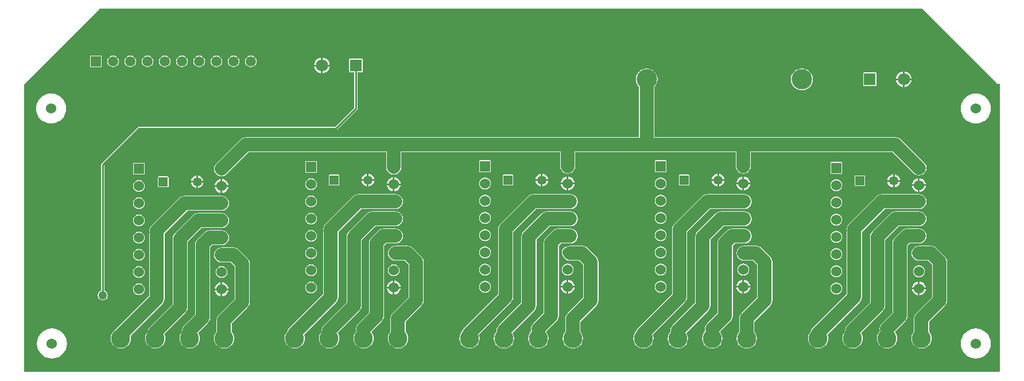
<source format=gbr>
G04 Layer_Physical_Order=2*
G04 Layer_Color=16711680*
%FSLAX45Y45*%
%MOMM*%
%TF.FileFunction,Copper,L2,Bot,Signal*%
%TF.Part,Single*%
G01*
G75*
%TA.AperFunction,Conductor*%
%ADD22C,0.25400*%
%ADD23C,2.00000*%
%TA.AperFunction,ViaPad*%
%ADD24C,1.52400*%
%TA.AperFunction,ComponentPad*%
%ADD25C,2.79000*%
%ADD26R,1.80000X1.80000*%
%ADD27C,1.80000*%
%ADD28R,1.50000X1.50000*%
%ADD29C,1.50000*%
%ADD30R,1.35000X1.35000*%
%ADD31C,1.35000*%
%ADD32C,1.52400*%
%ADD33R,1.52400X1.52400*%
%ADD34C,3.00000*%
%TA.AperFunction,ViaPad*%
%ADD35C,1.27000*%
G36*
X17259300Y6819900D02*
X17297400D01*
Y2578100D01*
X17284700Y2565400D01*
X2908300D01*
Y6807200D01*
X4013200Y7912100D01*
Y7924800D01*
X16154401D01*
X17259300Y6819900D01*
D02*
G37*
%LPC*%
G36*
X16103600Y4138244D02*
X16081097Y4135281D01*
X16060127Y4126596D01*
X16042122Y4112778D01*
X16028304Y4094772D01*
X16019620Y4073803D01*
X16016656Y4051300D01*
X16019620Y4028797D01*
X16028304Y4007828D01*
X16042122Y3989822D01*
X16060127Y3976004D01*
X16081097Y3967319D01*
X16103600Y3964356D01*
X16126103Y3967319D01*
X16147072Y3976004D01*
X16165079Y3989822D01*
X16178896Y4007828D01*
X16187581Y4028797D01*
X16190544Y4051300D01*
X16187581Y4073803D01*
X16178896Y4094772D01*
X16165079Y4112778D01*
X16147072Y4126596D01*
X16126103Y4135281D01*
X16103600Y4138244D01*
D02*
G37*
G36*
X7137400Y4150944D02*
X7114897Y4147981D01*
X7093928Y4139296D01*
X7075922Y4125478D01*
X7062104Y4107472D01*
X7053419Y4086503D01*
X7050456Y4064000D01*
X7053419Y4041497D01*
X7062104Y4020528D01*
X7075922Y4002522D01*
X7093928Y3988704D01*
X7114897Y3980019D01*
X7137400Y3977056D01*
X7159903Y3980019D01*
X7180872Y3988704D01*
X7198878Y4002522D01*
X7212696Y4020528D01*
X7221381Y4041497D01*
X7224344Y4064000D01*
X7221381Y4086503D01*
X7212696Y4107472D01*
X7198878Y4125478D01*
X7180872Y4139296D01*
X7159903Y4147981D01*
X7137400Y4150944D01*
D02*
G37*
G36*
X5816600Y4125544D02*
X5794097Y4122581D01*
X5773128Y4113896D01*
X5755122Y4100078D01*
X5741304Y4082072D01*
X5732619Y4061103D01*
X5729656Y4038600D01*
X5732619Y4016097D01*
X5741304Y3995128D01*
X5755122Y3977122D01*
X5773128Y3963304D01*
X5794097Y3954619D01*
X5816600Y3951656D01*
X5839103Y3954619D01*
X5860072Y3963304D01*
X5878078Y3977122D01*
X5891896Y3995128D01*
X5900581Y4016097D01*
X5903544Y4038600D01*
X5900581Y4061103D01*
X5891896Y4082072D01*
X5878078Y4100078D01*
X5860072Y4113896D01*
X5839103Y4122581D01*
X5816600Y4125544D01*
D02*
G37*
G36*
X14884399Y4138244D02*
X14861897Y4135281D01*
X14840929Y4126596D01*
X14822922Y4112778D01*
X14809103Y4094772D01*
X14800420Y4073803D01*
X14797456Y4051300D01*
X14800420Y4028797D01*
X14809103Y4007828D01*
X14822922Y3989822D01*
X14840929Y3976004D01*
X14861897Y3967319D01*
X14884399Y3964356D01*
X14906903Y3967319D01*
X14927872Y3976004D01*
X14945879Y3989822D01*
X14959695Y4007828D01*
X14968381Y4028797D01*
X14971344Y4051300D01*
X14968381Y4073803D01*
X14959695Y4094772D01*
X14945879Y4112778D01*
X14927872Y4126596D01*
X14906903Y4135281D01*
X14884399Y4138244D01*
D02*
G37*
G36*
X8356600Y4150944D02*
X8334097Y4147981D01*
X8313128Y4139296D01*
X8295122Y4125478D01*
X8281304Y4107472D01*
X8272619Y4086503D01*
X8269656Y4064000D01*
X8272619Y4041497D01*
X8281304Y4020528D01*
X8295122Y4002522D01*
X8313128Y3988704D01*
X8334097Y3980019D01*
X8356600Y3977056D01*
X8379103Y3980019D01*
X8400072Y3988704D01*
X8418078Y4002522D01*
X8431896Y4020528D01*
X8440581Y4041497D01*
X8443544Y4064000D01*
X8440581Y4086503D01*
X8431896Y4107472D01*
X8418078Y4125478D01*
X8400072Y4139296D01*
X8379103Y4147981D01*
X8356600Y4150944D01*
D02*
G37*
G36*
X12293600Y4163644D02*
X12271097Y4160681D01*
X12250128Y4151996D01*
X12232122Y4138178D01*
X12218304Y4120172D01*
X12209619Y4099203D01*
X12206656Y4076700D01*
X12209619Y4054197D01*
X12218304Y4033228D01*
X12232122Y4015222D01*
X12250128Y4001404D01*
X12271097Y3992719D01*
X12293600Y3989756D01*
X12316103Y3992719D01*
X12337072Y4001404D01*
X12355078Y4015222D01*
X12368896Y4033228D01*
X12377581Y4054197D01*
X12380544Y4076700D01*
X12377581Y4099203D01*
X12368896Y4120172D01*
X12355078Y4138178D01*
X12337072Y4151996D01*
X12316103Y4160681D01*
X12293600Y4163644D01*
D02*
G37*
G36*
X13512801D02*
X13490297Y4160681D01*
X13469328Y4151996D01*
X13451321Y4138178D01*
X13437505Y4120172D01*
X13428819Y4099203D01*
X13425856Y4076700D01*
X13428819Y4054197D01*
X13437505Y4033228D01*
X13451321Y4015222D01*
X13469328Y4001404D01*
X13490297Y3992719D01*
X13512801Y3989756D01*
X13535303Y3992719D01*
X13556271Y4001404D01*
X13574278Y4015222D01*
X13588097Y4033228D01*
X13596780Y4054197D01*
X13599744Y4076700D01*
X13596780Y4099203D01*
X13588097Y4120172D01*
X13574278Y4138178D01*
X13556271Y4151996D01*
X13535303Y4160681D01*
X13512801Y4163644D01*
D02*
G37*
G36*
X9702800D02*
X9680297Y4160681D01*
X9659328Y4151996D01*
X9641322Y4138178D01*
X9627504Y4120172D01*
X9618819Y4099203D01*
X9615856Y4076700D01*
X9618819Y4054197D01*
X9627504Y4033228D01*
X9641322Y4015222D01*
X9659328Y4001404D01*
X9680297Y3992719D01*
X9702800Y3989756D01*
X9725303Y3992719D01*
X9746272Y4001404D01*
X9764278Y4015222D01*
X9778096Y4033228D01*
X9786781Y4054197D01*
X9789744Y4076700D01*
X9786781Y4099203D01*
X9778096Y4120172D01*
X9764278Y4138178D01*
X9746272Y4151996D01*
X9725303Y4160681D01*
X9702800Y4163644D01*
D02*
G37*
G36*
X10922000D02*
X10899497Y4160681D01*
X10878528Y4151996D01*
X10860522Y4138178D01*
X10846704Y4120172D01*
X10838019Y4099203D01*
X10835056Y4076700D01*
X10838019Y4054197D01*
X10846704Y4033228D01*
X10860522Y4015222D01*
X10878528Y4001404D01*
X10899497Y3992719D01*
X10922000Y3989756D01*
X10944503Y3992719D01*
X10965472Y4001404D01*
X10983478Y4015222D01*
X10997296Y4033228D01*
X11005981Y4054197D01*
X11008944Y4076700D01*
X11005981Y4099203D01*
X10997296Y4120172D01*
X10983478Y4138178D01*
X10965472Y4151996D01*
X10944503Y4160681D01*
X10922000Y4163644D01*
D02*
G37*
G36*
X4597400Y4125544D02*
X4574897Y4122581D01*
X4553928Y4113896D01*
X4535922Y4100078D01*
X4522104Y4082072D01*
X4513419Y4061103D01*
X4510456Y4038600D01*
X4513419Y4016097D01*
X4522104Y3995128D01*
X4535922Y3977122D01*
X4553928Y3963304D01*
X4574897Y3954619D01*
X4597400Y3951656D01*
X4619903Y3954619D01*
X4640872Y3963304D01*
X4658878Y3977122D01*
X4672696Y3995128D01*
X4681381Y4016097D01*
X4684344Y4038600D01*
X4681381Y4061103D01*
X4672696Y4082072D01*
X4658878Y4100078D01*
X4640872Y4113896D01*
X4619903Y4122581D01*
X4597400Y4125544D01*
D02*
G37*
G36*
X16116299Y3898105D02*
Y3810000D01*
X16204405D01*
X16202585Y3823823D01*
X16192348Y3848538D01*
X16176062Y3869762D01*
X16154839Y3886048D01*
X16130122Y3896285D01*
X16116299Y3898105D01*
D02*
G37*
G36*
X8343900Y3910805D02*
X8330077Y3908985D01*
X8305362Y3898748D01*
X8284138Y3882462D01*
X8267852Y3861238D01*
X8257615Y3836523D01*
X8255795Y3822700D01*
X8343900D01*
Y3910805D01*
D02*
G37*
G36*
X5829300Y3885405D02*
Y3797300D01*
X5917405D01*
X5915585Y3811123D01*
X5905348Y3835838D01*
X5889062Y3857062D01*
X5867838Y3873348D01*
X5843123Y3883585D01*
X5829300Y3885405D01*
D02*
G37*
G36*
X16090900Y3898105D02*
X16077077Y3896285D01*
X16052362Y3886048D01*
X16031139Y3869762D01*
X16014851Y3848538D01*
X16004614Y3823823D01*
X16002795Y3810000D01*
X16090900D01*
Y3898105D01*
D02*
G37*
G36*
X8369300Y3910805D02*
Y3822700D01*
X8457405D01*
X8455585Y3836523D01*
X8445348Y3861238D01*
X8429062Y3882462D01*
X8407838Y3898748D01*
X8383123Y3908985D01*
X8369300Y3910805D01*
D02*
G37*
G36*
X13500101Y3923505D02*
X13486276Y3921685D01*
X13461562Y3911448D01*
X13440338Y3895162D01*
X13424052Y3873938D01*
X13413815Y3849223D01*
X13411995Y3835400D01*
X13500101D01*
Y3923505D01*
D02*
G37*
G36*
X13525500D02*
Y3835400D01*
X13613605D01*
X13611784Y3849223D01*
X13601547Y3873938D01*
X13585262Y3895162D01*
X13564038Y3911448D01*
X13539323Y3921685D01*
X13525500Y3923505D01*
D02*
G37*
G36*
X10909300D02*
X10895477Y3921685D01*
X10870762Y3911448D01*
X10849538Y3895162D01*
X10833252Y3873938D01*
X10823015Y3849223D01*
X10821195Y3835400D01*
X10909300D01*
Y3923505D01*
D02*
G37*
G36*
X10934700D02*
Y3835400D01*
X11022805D01*
X11020985Y3849223D01*
X11010748Y3873938D01*
X10994462Y3895162D01*
X10973238Y3911448D01*
X10948523Y3921685D01*
X10934700Y3923505D01*
D02*
G37*
G36*
X7137400Y4912944D02*
X7114897Y4909981D01*
X7093928Y4901296D01*
X7075922Y4887478D01*
X7062104Y4869472D01*
X7053419Y4848503D01*
X7050456Y4826000D01*
X7053419Y4803497D01*
X7062104Y4782528D01*
X7075922Y4764522D01*
X7093928Y4750704D01*
X7114897Y4742019D01*
X7137400Y4739056D01*
X7159903Y4742019D01*
X7180872Y4750704D01*
X7198878Y4764522D01*
X7212696Y4782528D01*
X7221381Y4803497D01*
X7224344Y4826000D01*
X7221381Y4848503D01*
X7212696Y4869472D01*
X7198878Y4887478D01*
X7180872Y4901296D01*
X7159903Y4909981D01*
X7137400Y4912944D01*
D02*
G37*
G36*
X9702800Y4925644D02*
X9680297Y4922681D01*
X9659328Y4913996D01*
X9641322Y4900178D01*
X9627504Y4882172D01*
X9618819Y4861203D01*
X9615856Y4838700D01*
X9618819Y4816197D01*
X9627504Y4795228D01*
X9641322Y4777222D01*
X9659328Y4763404D01*
X9680297Y4754719D01*
X9702800Y4751756D01*
X9725303Y4754719D01*
X9746272Y4763404D01*
X9764278Y4777222D01*
X9778096Y4795228D01*
X9786781Y4816197D01*
X9789744Y4838700D01*
X9786781Y4861203D01*
X9778096Y4882172D01*
X9764278Y4900178D01*
X9746272Y4913996D01*
X9725303Y4922681D01*
X9702800Y4925644D01*
D02*
G37*
G36*
X4597400Y4887544D02*
X4574897Y4884581D01*
X4553928Y4875896D01*
X4535922Y4862078D01*
X4522104Y4844072D01*
X4513419Y4823103D01*
X4510456Y4800600D01*
X4513419Y4778097D01*
X4522104Y4757128D01*
X4535922Y4739122D01*
X4553928Y4725304D01*
X4574897Y4716619D01*
X4597400Y4713656D01*
X4619903Y4716619D01*
X4640872Y4725304D01*
X4658878Y4739122D01*
X4672696Y4757128D01*
X4681381Y4778097D01*
X4684344Y4800600D01*
X4681381Y4823103D01*
X4672696Y4844072D01*
X4658878Y4862078D01*
X4640872Y4875896D01*
X4619903Y4884581D01*
X4597400Y4887544D01*
D02*
G37*
G36*
X14884399Y4900244D02*
X14861897Y4897281D01*
X14840929Y4888596D01*
X14822922Y4874778D01*
X14809103Y4856772D01*
X14800420Y4835803D01*
X14797456Y4813300D01*
X14800420Y4790797D01*
X14809103Y4769828D01*
X14822922Y4751822D01*
X14840929Y4738004D01*
X14861897Y4729319D01*
X14884399Y4726356D01*
X14906903Y4729319D01*
X14927872Y4738004D01*
X14945879Y4751822D01*
X14959695Y4769828D01*
X14968381Y4790797D01*
X14971344Y4813300D01*
X14968381Y4835803D01*
X14959695Y4856772D01*
X14945879Y4874778D01*
X14927872Y4888596D01*
X14906903Y4897281D01*
X14884399Y4900244D01*
D02*
G37*
G36*
X12293600Y4925644D02*
X12271097Y4922681D01*
X12250128Y4913996D01*
X12232122Y4900178D01*
X12218304Y4882172D01*
X12209619Y4861203D01*
X12206656Y4838700D01*
X12209619Y4816197D01*
X12218304Y4795228D01*
X12232122Y4777222D01*
X12250128Y4763404D01*
X12271097Y4754719D01*
X12293600Y4751756D01*
X12316103Y4754719D01*
X12337072Y4763404D01*
X12355078Y4777222D01*
X12368896Y4795228D01*
X12377581Y4816197D01*
X12380544Y4838700D01*
X12377581Y4861203D01*
X12368896Y4882172D01*
X12355078Y4900178D01*
X12337072Y4913996D01*
X12316103Y4922681D01*
X12293600Y4925644D01*
D02*
G37*
G36*
X7137400Y5166944D02*
X7114897Y5163981D01*
X7093928Y5155296D01*
X7075922Y5141478D01*
X7062104Y5123472D01*
X7053419Y5102503D01*
X7050456Y5080000D01*
X7053419Y5057497D01*
X7062104Y5036528D01*
X7075922Y5018522D01*
X7093928Y5004704D01*
X7114897Y4996019D01*
X7137400Y4993056D01*
X7159903Y4996019D01*
X7180872Y5004704D01*
X7198878Y5018522D01*
X7212696Y5036528D01*
X7221381Y5057497D01*
X7224344Y5080000D01*
X7221381Y5102503D01*
X7212696Y5123472D01*
X7198878Y5141478D01*
X7180872Y5155296D01*
X7159903Y5163981D01*
X7137400Y5166944D01*
D02*
G37*
G36*
X9702800Y5179644D02*
X9680297Y5176681D01*
X9659328Y5167996D01*
X9641322Y5154178D01*
X9627504Y5136172D01*
X9618819Y5115203D01*
X9615856Y5092700D01*
X9618819Y5070197D01*
X9627504Y5049228D01*
X9641322Y5031222D01*
X9659328Y5017404D01*
X9680297Y5008719D01*
X9702800Y5005756D01*
X9725303Y5008719D01*
X9746272Y5017404D01*
X9764278Y5031222D01*
X9778096Y5049228D01*
X9786781Y5070197D01*
X9789744Y5092700D01*
X9786781Y5115203D01*
X9778096Y5136172D01*
X9764278Y5154178D01*
X9746272Y5167996D01*
X9725303Y5176681D01*
X9702800Y5179644D01*
D02*
G37*
G36*
X4597400Y5141544D02*
X4574897Y5138581D01*
X4553928Y5129896D01*
X4535922Y5116078D01*
X4522104Y5098072D01*
X4513419Y5077103D01*
X4510456Y5054600D01*
X4513419Y5032097D01*
X4522104Y5011128D01*
X4535922Y4993122D01*
X4553928Y4979304D01*
X4574897Y4970619D01*
X4597400Y4967656D01*
X4619903Y4970619D01*
X4640872Y4979304D01*
X4658878Y4993122D01*
X4672696Y5011128D01*
X4681381Y5032097D01*
X4684344Y5054600D01*
X4681381Y5077103D01*
X4672696Y5098072D01*
X4658878Y5116078D01*
X4640872Y5129896D01*
X4619903Y5138581D01*
X4597400Y5141544D01*
D02*
G37*
G36*
X14884399Y5154244D02*
X14861897Y5151281D01*
X14840929Y5142596D01*
X14822922Y5128778D01*
X14809103Y5110772D01*
X14800420Y5089803D01*
X14797456Y5067300D01*
X14800420Y5044797D01*
X14809103Y5023828D01*
X14822922Y5005822D01*
X14840929Y4992004D01*
X14861897Y4983319D01*
X14884399Y4980356D01*
X14906903Y4983319D01*
X14927872Y4992004D01*
X14945879Y5005822D01*
X14959695Y5023828D01*
X14968381Y5044797D01*
X14971344Y5067300D01*
X14968381Y5089803D01*
X14959695Y5110772D01*
X14945879Y5128778D01*
X14927872Y5142596D01*
X14906903Y5151281D01*
X14884399Y5154244D01*
D02*
G37*
G36*
X12293600Y4671644D02*
X12271097Y4668681D01*
X12250128Y4659996D01*
X12232122Y4646178D01*
X12218304Y4628172D01*
X12209619Y4607203D01*
X12206656Y4584700D01*
X12209619Y4562197D01*
X12218304Y4541228D01*
X12232122Y4523222D01*
X12250128Y4509404D01*
X12271097Y4500719D01*
X12293600Y4497756D01*
X12316103Y4500719D01*
X12337072Y4509404D01*
X12355078Y4523222D01*
X12368896Y4541228D01*
X12377581Y4562197D01*
X12380544Y4584700D01*
X12377581Y4607203D01*
X12368896Y4628172D01*
X12355078Y4646178D01*
X12337072Y4659996D01*
X12316103Y4668681D01*
X12293600Y4671644D01*
D02*
G37*
G36*
X7137400Y4404944D02*
X7114897Y4401981D01*
X7093928Y4393296D01*
X7075922Y4379478D01*
X7062104Y4361472D01*
X7053419Y4340503D01*
X7050456Y4318000D01*
X7053419Y4295497D01*
X7062104Y4274528D01*
X7075922Y4256522D01*
X7093928Y4242704D01*
X7114897Y4234019D01*
X7137400Y4231056D01*
X7159903Y4234019D01*
X7180872Y4242704D01*
X7198878Y4256522D01*
X7212696Y4274528D01*
X7221381Y4295497D01*
X7224344Y4318000D01*
X7221381Y4340503D01*
X7212696Y4361472D01*
X7198878Y4379478D01*
X7180872Y4393296D01*
X7159903Y4401981D01*
X7137400Y4404944D01*
D02*
G37*
G36*
X9702800Y4417644D02*
X9680297Y4414681D01*
X9659328Y4405996D01*
X9641322Y4392178D01*
X9627504Y4374172D01*
X9618819Y4353203D01*
X9615856Y4330700D01*
X9618819Y4308197D01*
X9627504Y4287228D01*
X9641322Y4269222D01*
X9659328Y4255404D01*
X9680297Y4246719D01*
X9702800Y4243756D01*
X9725303Y4246719D01*
X9746272Y4255404D01*
X9764278Y4269222D01*
X9778096Y4287228D01*
X9786781Y4308197D01*
X9789744Y4330700D01*
X9786781Y4353203D01*
X9778096Y4374172D01*
X9764278Y4392178D01*
X9746272Y4405996D01*
X9725303Y4414681D01*
X9702800Y4417644D01*
D02*
G37*
G36*
X4597400Y4379544D02*
X4574897Y4376581D01*
X4553928Y4367896D01*
X4535922Y4354078D01*
X4522104Y4336072D01*
X4513419Y4315103D01*
X4510456Y4292600D01*
X4513419Y4270097D01*
X4522104Y4249128D01*
X4535922Y4231122D01*
X4553928Y4217304D01*
X4574897Y4208619D01*
X4597400Y4205656D01*
X4619903Y4208619D01*
X4640872Y4217304D01*
X4658878Y4231122D01*
X4672696Y4249128D01*
X4681381Y4270097D01*
X4684344Y4292600D01*
X4681381Y4315103D01*
X4672696Y4336072D01*
X4658878Y4354078D01*
X4640872Y4367896D01*
X4619903Y4376581D01*
X4597400Y4379544D01*
D02*
G37*
G36*
X14884399Y4392244D02*
X14861897Y4389281D01*
X14840929Y4380596D01*
X14822922Y4366778D01*
X14809103Y4348772D01*
X14800420Y4327803D01*
X14797456Y4305300D01*
X14800420Y4282797D01*
X14809103Y4261828D01*
X14822922Y4243822D01*
X14840929Y4230004D01*
X14861897Y4221319D01*
X14884399Y4218356D01*
X14906903Y4221319D01*
X14927872Y4230004D01*
X14945879Y4243822D01*
X14959695Y4261828D01*
X14968381Y4282797D01*
X14971344Y4305300D01*
X14968381Y4327803D01*
X14959695Y4348772D01*
X14945879Y4366778D01*
X14927872Y4380596D01*
X14906903Y4389281D01*
X14884399Y4392244D01*
D02*
G37*
G36*
X12293600Y4417644D02*
X12271097Y4414681D01*
X12250128Y4405996D01*
X12232122Y4392178D01*
X12218304Y4374172D01*
X12209619Y4353203D01*
X12206656Y4330700D01*
X12209619Y4308197D01*
X12218304Y4287228D01*
X12232122Y4269222D01*
X12250128Y4255404D01*
X12271097Y4246719D01*
X12293600Y4243756D01*
X12316103Y4246719D01*
X12337072Y4255404D01*
X12355078Y4269222D01*
X12368896Y4287228D01*
X12377581Y4308197D01*
X12380544Y4330700D01*
X12377581Y4353203D01*
X12368896Y4374172D01*
X12355078Y4392178D01*
X12337072Y4405996D01*
X12316103Y4414681D01*
X12293600Y4417644D01*
D02*
G37*
G36*
X7137400Y4658944D02*
X7114897Y4655981D01*
X7093928Y4647296D01*
X7075922Y4633478D01*
X7062104Y4615472D01*
X7053419Y4594503D01*
X7050456Y4572000D01*
X7053419Y4549497D01*
X7062104Y4528528D01*
X7075922Y4510522D01*
X7093928Y4496704D01*
X7114897Y4488019D01*
X7137400Y4485056D01*
X7159903Y4488019D01*
X7180872Y4496704D01*
X7198878Y4510522D01*
X7212696Y4528528D01*
X7221381Y4549497D01*
X7224344Y4572000D01*
X7221381Y4594503D01*
X7212696Y4615472D01*
X7198878Y4633478D01*
X7180872Y4647296D01*
X7159903Y4655981D01*
X7137400Y4658944D01*
D02*
G37*
G36*
X9702800Y4671644D02*
X9680297Y4668681D01*
X9659328Y4659996D01*
X9641322Y4646178D01*
X9627504Y4628172D01*
X9618819Y4607203D01*
X9615856Y4584700D01*
X9618819Y4562197D01*
X9627504Y4541228D01*
X9641322Y4523222D01*
X9659328Y4509404D01*
X9680297Y4500719D01*
X9702800Y4497756D01*
X9725303Y4500719D01*
X9746272Y4509404D01*
X9764278Y4523222D01*
X9778096Y4541228D01*
X9786781Y4562197D01*
X9789744Y4584700D01*
X9786781Y4607203D01*
X9778096Y4628172D01*
X9764278Y4646178D01*
X9746272Y4659996D01*
X9725303Y4668681D01*
X9702800Y4671644D01*
D02*
G37*
G36*
X4597400Y4633544D02*
X4574897Y4630581D01*
X4553928Y4621896D01*
X4535922Y4608078D01*
X4522104Y4590072D01*
X4513419Y4569103D01*
X4510456Y4546600D01*
X4513419Y4524097D01*
X4522104Y4503128D01*
X4535922Y4485122D01*
X4553928Y4471304D01*
X4574897Y4462619D01*
X4597400Y4459656D01*
X4619903Y4462619D01*
X4640872Y4471304D01*
X4658878Y4485122D01*
X4672696Y4503128D01*
X4681381Y4524097D01*
X4684344Y4546600D01*
X4681381Y4569103D01*
X4672696Y4590072D01*
X4658878Y4608078D01*
X4640872Y4621896D01*
X4619903Y4630581D01*
X4597400Y4633544D01*
D02*
G37*
G36*
X14884399Y4646244D02*
X14861897Y4643281D01*
X14840929Y4634596D01*
X14822922Y4620778D01*
X14809103Y4602772D01*
X14800420Y4581803D01*
X14797456Y4559300D01*
X14800420Y4536797D01*
X14809103Y4515828D01*
X14822922Y4497822D01*
X14840929Y4484004D01*
X14861897Y4475319D01*
X14884399Y4472356D01*
X14906903Y4475319D01*
X14927872Y4484004D01*
X14945879Y4497822D01*
X14959695Y4515828D01*
X14968381Y4536797D01*
X14971344Y4559300D01*
X14968381Y4581803D01*
X14959695Y4602772D01*
X14945879Y4620778D01*
X14927872Y4634596D01*
X14906903Y4643281D01*
X14884399Y4646244D01*
D02*
G37*
G36*
X5803900Y3885405D02*
X5790077Y3883585D01*
X5765362Y3873348D01*
X5744138Y3857062D01*
X5727852Y3835838D01*
X5717615Y3811123D01*
X5715795Y3797300D01*
X5803900D01*
Y3885405D01*
D02*
G37*
G36*
X13525500Y5190949D02*
X12979401D01*
X12950684Y5187169D01*
X12923924Y5176085D01*
X12900948Y5158453D01*
X12494547Y4752053D01*
X12476915Y4729075D01*
X12465831Y4702316D01*
X12462051Y4673600D01*
X12465395Y4648200D01*
X12462051Y4622800D01*
Y3716257D01*
X11961147Y3215353D01*
X11943515Y3192375D01*
X11932562Y3165932D01*
X11914694Y3144160D01*
X11900812Y3118188D01*
X11892263Y3090007D01*
X11889377Y3060700D01*
X11892263Y3031393D01*
X11900812Y3003212D01*
X11914694Y2977240D01*
X11933376Y2954476D01*
X11956140Y2935794D01*
X11982112Y2921912D01*
X12010293Y2913363D01*
X12039600Y2910477D01*
X12068907Y2913363D01*
X12097088Y2921912D01*
X12123060Y2935794D01*
X12145824Y2954476D01*
X12164506Y2977240D01*
X12178388Y3003212D01*
X12186937Y3031393D01*
X12189823Y3060700D01*
X12186937Y3090007D01*
X12178388Y3118188D01*
X12178181Y3118575D01*
X12651453Y3591847D01*
X12669085Y3614825D01*
X12676922Y3633747D01*
X12680169Y3641584D01*
X12683949Y3670300D01*
Y4622800D01*
X12683386Y4627080D01*
X13025357Y4969051D01*
X13525500D01*
X13554216Y4972831D01*
X13580975Y4983915D01*
X13603954Y5001547D01*
X13621585Y5024525D01*
X13632669Y5051284D01*
X13636449Y5080000D01*
X13632669Y5108716D01*
X13621585Y5135475D01*
X13603954Y5158453D01*
X13580975Y5176085D01*
X13554216Y5187169D01*
X13525500Y5190949D01*
D02*
G37*
G36*
Y4936949D02*
X13182600D01*
X13153883Y4933169D01*
X13146046Y4929922D01*
X13127126Y4922085D01*
X13104147Y4904453D01*
X12837447Y4637753D01*
X12819815Y4614775D01*
X12808731Y4588016D01*
X12804951Y4559300D01*
Y3589257D01*
X12469147Y3253453D01*
X12451515Y3230475D01*
X12440431Y3203716D01*
X12436651Y3175000D01*
X12438220Y3163078D01*
X12422694Y3144160D01*
X12408812Y3118188D01*
X12400263Y3090007D01*
X12397377Y3060700D01*
X12400263Y3031393D01*
X12408812Y3003212D01*
X12422694Y2977240D01*
X12441376Y2954476D01*
X12464140Y2935794D01*
X12490112Y2921912D01*
X12518293Y2913363D01*
X12547600Y2910477D01*
X12576907Y2913363D01*
X12605088Y2921912D01*
X12631060Y2935794D01*
X12653824Y2954476D01*
X12672506Y2977240D01*
X12686388Y3003212D01*
X12694937Y3031393D01*
X12697823Y3060700D01*
X12694937Y3090007D01*
X12686388Y3118188D01*
X12672910Y3143404D01*
X12994353Y3464847D01*
X13011984Y3487825D01*
X13023068Y3514584D01*
X13026849Y3543300D01*
Y4513343D01*
X13228557Y4715051D01*
X13525500D01*
X13554216Y4718831D01*
X13580975Y4729915D01*
X13603954Y4747547D01*
X13621585Y4770525D01*
X13632669Y4797284D01*
X13636449Y4826000D01*
X13632669Y4854716D01*
X13621585Y4881475D01*
X13603954Y4904453D01*
X13580975Y4922085D01*
X13554216Y4933169D01*
X13525500Y4936949D01*
D02*
G37*
G36*
X10960100Y4682949D02*
X10782300D01*
X10753584Y4679169D01*
X10745747Y4675922D01*
X10726825Y4668085D01*
X10703847Y4650453D01*
X10602247Y4548853D01*
X10584615Y4525875D01*
X10573531Y4499116D01*
X10569751Y4470400D01*
Y3436857D01*
X10411747Y3278853D01*
X10394115Y3255875D01*
X10383031Y3229116D01*
X10379251Y3200400D01*
X10383031Y3171684D01*
X10384743Y3167553D01*
X10383976Y3166924D01*
X10365294Y3144160D01*
X10351412Y3118188D01*
X10342863Y3090007D01*
X10339977Y3060700D01*
X10342863Y3031393D01*
X10351412Y3003212D01*
X10365294Y2977240D01*
X10383976Y2954476D01*
X10406740Y2935794D01*
X10432712Y2921912D01*
X10460893Y2913363D01*
X10490200Y2910477D01*
X10519507Y2913363D01*
X10547688Y2921912D01*
X10573660Y2935794D01*
X10596424Y2954476D01*
X10615106Y2977240D01*
X10628988Y3003212D01*
X10637537Y3031393D01*
X10640423Y3060700D01*
X10637537Y3090007D01*
X10628988Y3118188D01*
X10615106Y3144160D01*
X10604179Y3157473D01*
X10759153Y3312447D01*
X10776785Y3335425D01*
X10787869Y3362184D01*
X10791649Y3390900D01*
Y4424443D01*
X10828257Y4461051D01*
X10960100D01*
X10988816Y4464831D01*
X11015575Y4475915D01*
X11038553Y4493547D01*
X11056185Y4516525D01*
X11067269Y4543284D01*
X11071049Y4572000D01*
X11067269Y4600716D01*
X11056185Y4627475D01*
X11038553Y4650453D01*
X11015575Y4668085D01*
X10988816Y4679169D01*
X10960100Y4682949D01*
D02*
G37*
G36*
X11137900Y4428949D02*
X10960100D01*
X10931384Y4425169D01*
X10909125Y4415948D01*
X10899497Y4414681D01*
X10878528Y4405996D01*
X10860522Y4392178D01*
X10846704Y4374172D01*
X10838019Y4353203D01*
X10835056Y4330700D01*
X10838019Y4308197D01*
X10846704Y4287228D01*
X10860522Y4269222D01*
X10861577Y4268412D01*
X10864015Y4262525D01*
X10881647Y4239547D01*
X10904625Y4221915D01*
X10931384Y4210831D01*
X10960100Y4207051D01*
X11091943D01*
X11153951Y4145043D01*
Y3665457D01*
X10919747Y3431253D01*
X10902115Y3408275D01*
X10891031Y3381516D01*
X10887251Y3352800D01*
Y3161166D01*
X10873294Y3144160D01*
X10859412Y3118188D01*
X10850863Y3090007D01*
X10847977Y3060700D01*
X10850863Y3031393D01*
X10859412Y3003212D01*
X10873294Y2977240D01*
X10891976Y2954476D01*
X10914740Y2935794D01*
X10940712Y2921912D01*
X10968893Y2913363D01*
X10998200Y2910477D01*
X11027507Y2913363D01*
X11055688Y2921912D01*
X11081660Y2935794D01*
X11104424Y2954476D01*
X11123106Y2977240D01*
X11136988Y3003212D01*
X11145537Y3031393D01*
X11148423Y3060700D01*
X11145537Y3090007D01*
X11136988Y3118188D01*
X11123106Y3144160D01*
X11109149Y3161166D01*
Y3306843D01*
X11343353Y3541047D01*
X11360985Y3564025D01*
X11368822Y3582947D01*
X11372069Y3590784D01*
X11375849Y3619500D01*
Y4191000D01*
X11372069Y4219716D01*
X11360985Y4246475D01*
X11343353Y4269453D01*
X11216353Y4396453D01*
X11193375Y4414085D01*
X11166616Y4425169D01*
X11137900Y4428949D01*
D02*
G37*
G36*
X13525500Y4682949D02*
X13347701D01*
X13318983Y4679169D01*
X13311147Y4675922D01*
X13292226Y4668085D01*
X13269247Y4650453D01*
X13167647Y4548853D01*
X13150015Y4525875D01*
X13138931Y4499116D01*
X13135152Y4470400D01*
Y3436857D01*
X12977147Y3278853D01*
X12959515Y3255875D01*
X12948431Y3229116D01*
X12944650Y3200400D01*
X12948431Y3171684D01*
X12950143Y3167553D01*
X12949376Y3166924D01*
X12930695Y3144160D01*
X12916812Y3118188D01*
X12908263Y3090007D01*
X12905377Y3060700D01*
X12908263Y3031393D01*
X12916812Y3003212D01*
X12930695Y2977240D01*
X12949376Y2954476D01*
X12972141Y2935794D01*
X12998112Y2921912D01*
X13026292Y2913363D01*
X13055600Y2910477D01*
X13084908Y2913363D01*
X13113087Y2921912D01*
X13139059Y2935794D01*
X13161824Y2954476D01*
X13180505Y2977240D01*
X13194388Y3003212D01*
X13202937Y3031393D01*
X13205823Y3060700D01*
X13202937Y3090007D01*
X13194388Y3118188D01*
X13180505Y3144160D01*
X13169579Y3157473D01*
X13324553Y3312447D01*
X13342184Y3335425D01*
X13353268Y3362184D01*
X13357050Y3390900D01*
Y4424443D01*
X13393657Y4461051D01*
X13525500D01*
X13554216Y4464831D01*
X13580975Y4475915D01*
X13603954Y4493547D01*
X13621585Y4516525D01*
X13632669Y4543284D01*
X13636449Y4572000D01*
X13632669Y4600716D01*
X13621585Y4627475D01*
X13603954Y4650453D01*
X13580975Y4668085D01*
X13554216Y4679169D01*
X13525500Y4682949D01*
D02*
G37*
G36*
X16103600Y4936949D02*
X15760699D01*
X15731984Y4933169D01*
X15724147Y4929922D01*
X15705225Y4922085D01*
X15682246Y4904453D01*
X15415547Y4637753D01*
X15397916Y4614775D01*
X15386832Y4588016D01*
X15383051Y4559300D01*
Y3589257D01*
X15047247Y3253453D01*
X15029614Y3230475D01*
X15018530Y3203716D01*
X15014751Y3175000D01*
X15016319Y3163078D01*
X15000793Y3144160D01*
X14986913Y3118188D01*
X14978363Y3090007D01*
X14975478Y3060700D01*
X14978363Y3031393D01*
X14986913Y3003212D01*
X15000793Y2977240D01*
X15019476Y2954476D01*
X15042239Y2935794D01*
X15068211Y2921912D01*
X15096393Y2913363D01*
X15125700Y2910477D01*
X15155006Y2913363D01*
X15183188Y2921912D01*
X15209160Y2935794D01*
X15231924Y2954476D01*
X15250606Y2977240D01*
X15264488Y3003212D01*
X15273038Y3031393D01*
X15275923Y3060700D01*
X15273038Y3090007D01*
X15264488Y3118188D01*
X15251010Y3143404D01*
X15572453Y3464847D01*
X15590085Y3487825D01*
X15601169Y3514584D01*
X15604948Y3543300D01*
Y4513343D01*
X15806657Y4715051D01*
X16103600D01*
X16132317Y4718831D01*
X16159074Y4729915D01*
X16182053Y4747547D01*
X16199686Y4770525D01*
X16210770Y4797284D01*
X16214549Y4826000D01*
X16210770Y4854716D01*
X16199686Y4881475D01*
X16182053Y4904453D01*
X16159074Y4922085D01*
X16132317Y4933169D01*
X16103600Y4936949D01*
D02*
G37*
G36*
Y4682949D02*
X15925800D01*
X15897084Y4679169D01*
X15889247Y4675922D01*
X15870325Y4668085D01*
X15847346Y4650453D01*
X15745747Y4548853D01*
X15728114Y4525875D01*
X15717030Y4499116D01*
X15713251Y4470400D01*
Y3436857D01*
X15555247Y3278853D01*
X15537614Y3255875D01*
X15526530Y3229116D01*
X15522751Y3200400D01*
X15526530Y3171684D01*
X15528242Y3167553D01*
X15527477Y3166924D01*
X15508794Y3144160D01*
X15494913Y3118188D01*
X15486363Y3090007D01*
X15483476Y3060700D01*
X15486363Y3031393D01*
X15494913Y3003212D01*
X15508794Y2977240D01*
X15527477Y2954476D01*
X15550240Y2935794D01*
X15576212Y2921912D01*
X15604393Y2913363D01*
X15633701Y2910477D01*
X15663007Y2913363D01*
X15691188Y2921912D01*
X15717160Y2935794D01*
X15739925Y2954476D01*
X15758606Y2977240D01*
X15772488Y3003212D01*
X15781036Y3031393D01*
X15783923Y3060700D01*
X15781036Y3090007D01*
X15772488Y3118188D01*
X15758606Y3144160D01*
X15747679Y3157473D01*
X15902654Y3312447D01*
X15920285Y3335425D01*
X15931369Y3362184D01*
X15935149Y3390900D01*
Y4424443D01*
X15971758Y4461051D01*
X16103600D01*
X16132317Y4464831D01*
X16159074Y4475915D01*
X16182053Y4493547D01*
X16199686Y4516525D01*
X16210770Y4543284D01*
X16214549Y4572000D01*
X16210770Y4600716D01*
X16199686Y4627475D01*
X16182053Y4650453D01*
X16159074Y4668085D01*
X16132317Y4679169D01*
X16103600Y4682949D01*
D02*
G37*
G36*
X13703300Y4428949D02*
X13525500D01*
X13496783Y4425169D01*
X13470026Y4414085D01*
X13447047Y4396453D01*
X13429414Y4373475D01*
X13418330Y4346716D01*
X13414551Y4318000D01*
X13418330Y4289284D01*
X13429414Y4262525D01*
X13447047Y4239547D01*
X13470026Y4221915D01*
X13496783Y4210831D01*
X13525500Y4207051D01*
X13657343D01*
X13719351Y4145043D01*
Y3665457D01*
X13485147Y3431253D01*
X13467516Y3408275D01*
X13456432Y3381516D01*
X13452650Y3352800D01*
Y3161166D01*
X13438693Y3144160D01*
X13424812Y3118188D01*
X13416263Y3090007D01*
X13413377Y3060700D01*
X13416263Y3031393D01*
X13424812Y3003212D01*
X13438693Y2977240D01*
X13457376Y2954476D01*
X13480141Y2935794D01*
X13506113Y2921912D01*
X13534293Y2913363D01*
X13563600Y2910477D01*
X13592908Y2913363D01*
X13621088Y2921912D01*
X13647060Y2935794D01*
X13669824Y2954476D01*
X13688506Y2977240D01*
X13702388Y3003212D01*
X13710938Y3031393D01*
X13713823Y3060700D01*
X13710938Y3090007D01*
X13702388Y3118188D01*
X13688506Y3144160D01*
X13674548Y3161166D01*
Y3306843D01*
X13908752Y3541047D01*
X13926385Y3564025D01*
X13934222Y3582947D01*
X13937469Y3590784D01*
X13941249Y3619500D01*
Y4191000D01*
X13937469Y4219716D01*
X13926385Y4246475D01*
X13908752Y4269453D01*
X13781754Y4396453D01*
X13758775Y4414085D01*
X13732016Y4425169D01*
X13703300Y4428949D01*
D02*
G37*
G36*
X16103600Y5190949D02*
X15557500D01*
X15528784Y5187169D01*
X15502025Y5176085D01*
X15479047Y5158453D01*
X15072647Y4752053D01*
X15055016Y4729075D01*
X15043932Y4702316D01*
X15040150Y4673600D01*
X15043495Y4648200D01*
X15040150Y4622800D01*
Y3716257D01*
X14539247Y3215353D01*
X14521616Y3192375D01*
X14510661Y3165932D01*
X14492793Y3144160D01*
X14478912Y3118188D01*
X14470363Y3090007D01*
X14467477Y3060700D01*
X14470363Y3031393D01*
X14478912Y3003212D01*
X14492793Y2977240D01*
X14511476Y2954476D01*
X14534241Y2935794D01*
X14560213Y2921912D01*
X14588393Y2913363D01*
X14617700Y2910477D01*
X14647008Y2913363D01*
X14675188Y2921912D01*
X14701160Y2935794D01*
X14723924Y2954476D01*
X14742606Y2977240D01*
X14756488Y3003212D01*
X14765038Y3031393D01*
X14767923Y3060700D01*
X14765038Y3090007D01*
X14756488Y3118188D01*
X14756281Y3118575D01*
X15229553Y3591847D01*
X15247185Y3614825D01*
X15255022Y3633747D01*
X15258269Y3641584D01*
X15262048Y3670300D01*
Y4622800D01*
X15261485Y4627080D01*
X15603458Y4969051D01*
X16103600D01*
X16132317Y4972831D01*
X16159074Y4983915D01*
X16182053Y5001547D01*
X16199686Y5024525D01*
X16210770Y5051284D01*
X16214549Y5080000D01*
X16210770Y5108716D01*
X16199686Y5135475D01*
X16182053Y5158453D01*
X16159074Y5176085D01*
X16132317Y5187169D01*
X16103600Y5190949D01*
D02*
G37*
G36*
X10960100Y4936949D02*
X10617200D01*
X10588484Y4933169D01*
X10580647Y4929922D01*
X10561725Y4922085D01*
X10538747Y4904453D01*
X10272047Y4637753D01*
X10254415Y4614775D01*
X10243331Y4588016D01*
X10239551Y4559300D01*
Y3589257D01*
X9903747Y3253453D01*
X9886115Y3230475D01*
X9875031Y3203716D01*
X9871251Y3175000D01*
X9872820Y3163078D01*
X9857294Y3144160D01*
X9843412Y3118188D01*
X9834863Y3090007D01*
X9831977Y3060700D01*
X9834863Y3031393D01*
X9843412Y3003212D01*
X9857294Y2977240D01*
X9875976Y2954476D01*
X9898740Y2935794D01*
X9924712Y2921912D01*
X9952893Y2913363D01*
X9982200Y2910477D01*
X10011507Y2913363D01*
X10039688Y2921912D01*
X10065660Y2935794D01*
X10088424Y2954476D01*
X10107106Y2977240D01*
X10120988Y3003212D01*
X10129537Y3031393D01*
X10132423Y3060700D01*
X10129537Y3090007D01*
X10120988Y3118188D01*
X10107510Y3143404D01*
X10428953Y3464847D01*
X10446585Y3487825D01*
X10457669Y3514584D01*
X10461449Y3543300D01*
Y4513343D01*
X10663157Y4715051D01*
X10960100D01*
X10988816Y4718831D01*
X11015575Y4729915D01*
X11038553Y4747547D01*
X11056185Y4770525D01*
X11067269Y4797284D01*
X11071049Y4826000D01*
X11067269Y4854716D01*
X11056185Y4881475D01*
X11038553Y4904453D01*
X11015575Y4922085D01*
X10988816Y4933169D01*
X10960100Y4936949D01*
D02*
G37*
G36*
X5816600Y4657549D02*
X5638800D01*
X5610084Y4653769D01*
X5602247Y4650522D01*
X5583325Y4642685D01*
X5560347Y4625053D01*
X5458747Y4523453D01*
X5441115Y4500475D01*
X5430031Y4473716D01*
X5426251Y4445000D01*
Y3411457D01*
X5268247Y3253453D01*
X5250615Y3230475D01*
X5239531Y3203716D01*
X5235751Y3175000D01*
X5237320Y3163078D01*
X5221794Y3144160D01*
X5207912Y3118188D01*
X5199363Y3090007D01*
X5196477Y3060700D01*
X5199363Y3031393D01*
X5207912Y3003212D01*
X5221794Y2977240D01*
X5240476Y2954476D01*
X5263240Y2935794D01*
X5289212Y2921912D01*
X5317393Y2913363D01*
X5346700Y2910477D01*
X5376007Y2913363D01*
X5404188Y2921912D01*
X5430160Y2935794D01*
X5452924Y2954476D01*
X5471606Y2977240D01*
X5485488Y3003212D01*
X5494037Y3031393D01*
X5496923Y3060700D01*
X5494037Y3090007D01*
X5485488Y3118188D01*
X5472010Y3143404D01*
X5615653Y3287047D01*
X5633285Y3310025D01*
X5644369Y3336784D01*
X5648149Y3365500D01*
Y4399043D01*
X5684757Y4435651D01*
X5816600D01*
X5845316Y4439431D01*
X5872075Y4450515D01*
X5895053Y4468147D01*
X5912685Y4491125D01*
X5923769Y4517884D01*
X5927549Y4546600D01*
X5923769Y4575316D01*
X5912685Y4602075D01*
X5895053Y4625053D01*
X5872075Y4642685D01*
X5845316Y4653769D01*
X5816600Y4657549D01*
D02*
G37*
G36*
X5994400Y4403549D02*
X5816600D01*
X5787884Y4399769D01*
X5761125Y4388685D01*
X5738147Y4371053D01*
X5720515Y4348075D01*
X5709431Y4321316D01*
X5705651Y4292600D01*
X5709431Y4263884D01*
X5720515Y4237125D01*
X5738147Y4214147D01*
X5761125Y4196515D01*
X5787884Y4185431D01*
X5816600Y4181651D01*
X5948443D01*
X6010451Y4119643D01*
Y3640057D01*
X5776247Y3405853D01*
X5758615Y3382875D01*
X5747531Y3356116D01*
X5743751Y3327400D01*
Y3161166D01*
X5729794Y3144160D01*
X5715912Y3118188D01*
X5707363Y3090007D01*
X5704477Y3060700D01*
X5707363Y3031393D01*
X5715912Y3003212D01*
X5729794Y2977240D01*
X5748476Y2954476D01*
X5771240Y2935794D01*
X5797212Y2921912D01*
X5825393Y2913363D01*
X5854700Y2910477D01*
X5884007Y2913363D01*
X5912188Y2921912D01*
X5938160Y2935794D01*
X5960924Y2954476D01*
X5979606Y2977240D01*
X5993488Y3003212D01*
X6002037Y3031393D01*
X6004923Y3060700D01*
X6002037Y3090007D01*
X5993488Y3118188D01*
X5979606Y3144160D01*
X5965649Y3161166D01*
Y3281443D01*
X6199853Y3515647D01*
X6217485Y3538625D01*
X6225322Y3557547D01*
X6228569Y3565384D01*
X6232349Y3594100D01*
Y4165600D01*
X6228569Y4194316D01*
X6217485Y4221075D01*
X6199853Y4244053D01*
X6072853Y4371053D01*
X6049875Y4388685D01*
X6023116Y4399769D01*
X5994400Y4403549D01*
D02*
G37*
G36*
X5816600Y5165549D02*
X5270500D01*
X5241784Y5161769D01*
X5215025Y5150685D01*
X5192047Y5133053D01*
X4785647Y4726653D01*
X4768015Y4703675D01*
X4756931Y4676916D01*
X4753151Y4648200D01*
X4756495Y4622800D01*
X4753151Y4597400D01*
Y3690857D01*
X4252247Y3189953D01*
X4250073Y3187120D01*
X4247240Y3185606D01*
X4224476Y3166924D01*
X4205794Y3144160D01*
X4191912Y3118188D01*
X4183363Y3090007D01*
X4180477Y3060700D01*
X4183363Y3031393D01*
X4191912Y3003212D01*
X4205794Y2977240D01*
X4224476Y2954476D01*
X4247240Y2935794D01*
X4273212Y2921912D01*
X4301393Y2913363D01*
X4330700Y2910477D01*
X4360007Y2913363D01*
X4388188Y2921912D01*
X4414160Y2935794D01*
X4436924Y2954476D01*
X4455606Y2977240D01*
X4469488Y3003212D01*
X4478037Y3031393D01*
X4480923Y3060700D01*
X4478037Y3090007D01*
X4475262Y3099156D01*
X4942553Y3566447D01*
X4960185Y3589425D01*
X4968022Y3608347D01*
X4971269Y3616184D01*
X4975049Y3644900D01*
Y4597400D01*
X4974486Y4601680D01*
X5316457Y4943651D01*
X5816600D01*
X5845316Y4947431D01*
X5872075Y4958515D01*
X5895053Y4976147D01*
X5912685Y4999125D01*
X5923769Y5025884D01*
X5927549Y5054600D01*
X5923769Y5083316D01*
X5912685Y5110075D01*
X5895053Y5133053D01*
X5872075Y5150685D01*
X5845316Y5161769D01*
X5816600Y5165549D01*
D02*
G37*
G36*
Y4911549D02*
X5473700D01*
X5444984Y4907769D01*
X5437147Y4904522D01*
X5418225Y4896685D01*
X5395247Y4879053D01*
X5128547Y4612353D01*
X5110915Y4589375D01*
X5099831Y4562616D01*
X5096051Y4533900D01*
Y3563857D01*
X4760247Y3228053D01*
X4742615Y3205075D01*
X4731531Y3178316D01*
X4729564Y3163376D01*
X4713794Y3144160D01*
X4699912Y3118188D01*
X4691363Y3090007D01*
X4688477Y3060700D01*
X4691363Y3031393D01*
X4699912Y3003212D01*
X4713794Y2977240D01*
X4732476Y2954476D01*
X4755240Y2935794D01*
X4781212Y2921912D01*
X4809393Y2913363D01*
X4838700Y2910477D01*
X4868007Y2913363D01*
X4896188Y2921912D01*
X4922160Y2935794D01*
X4944924Y2954476D01*
X4963606Y2977240D01*
X4977488Y3003212D01*
X4986037Y3031393D01*
X4988923Y3060700D01*
X4986037Y3090007D01*
X4977488Y3118188D01*
X4972857Y3126852D01*
X5285453Y3439447D01*
X5303085Y3462425D01*
X5314169Y3489184D01*
X5317949Y3517900D01*
Y4487943D01*
X5519657Y4689651D01*
X5816600D01*
X5845316Y4693431D01*
X5872075Y4704515D01*
X5895053Y4722147D01*
X5912685Y4745125D01*
X5923769Y4771884D01*
X5927549Y4800600D01*
X5923769Y4829316D01*
X5912685Y4856075D01*
X5895053Y4879053D01*
X5872075Y4896685D01*
X5845316Y4907769D01*
X5816600Y4911549D01*
D02*
G37*
G36*
X8382000Y5190949D02*
X7835900D01*
X7807184Y5187169D01*
X7780425Y5176085D01*
X7757447Y5158453D01*
X7351047Y4752053D01*
X7333415Y4729075D01*
X7322331Y4702316D01*
X7318551Y4673600D01*
X7321895Y4648200D01*
X7318551Y4622800D01*
Y3716257D01*
X6817647Y3215353D01*
X6800015Y3192375D01*
X6789062Y3165932D01*
X6771194Y3144160D01*
X6757312Y3118188D01*
X6748763Y3090007D01*
X6745877Y3060700D01*
X6748763Y3031393D01*
X6757312Y3003212D01*
X6771194Y2977240D01*
X6789876Y2954476D01*
X6812640Y2935794D01*
X6838612Y2921912D01*
X6866793Y2913363D01*
X6896100Y2910477D01*
X6925407Y2913363D01*
X6953588Y2921912D01*
X6979560Y2935794D01*
X7002324Y2954476D01*
X7021006Y2977240D01*
X7034888Y3003212D01*
X7043437Y3031393D01*
X7046323Y3060700D01*
X7043437Y3090007D01*
X7034888Y3118188D01*
X7034681Y3118575D01*
X7507953Y3591847D01*
X7525585Y3614825D01*
X7533422Y3633747D01*
X7536669Y3641584D01*
X7540449Y3670300D01*
Y4622800D01*
X7539886Y4627080D01*
X7881857Y4969051D01*
X8382000D01*
X8410716Y4972831D01*
X8437475Y4983915D01*
X8460453Y5001547D01*
X8478085Y5024525D01*
X8489169Y5051284D01*
X8492949Y5080000D01*
X8489169Y5108716D01*
X8478085Y5135475D01*
X8460453Y5158453D01*
X8437475Y5176085D01*
X8410716Y5187169D01*
X8382000Y5190949D01*
D02*
G37*
G36*
X8559800Y4428949D02*
X8382000D01*
X8353284Y4425169D01*
X8326525Y4414085D01*
X8303547Y4396453D01*
X8285915Y4373475D01*
X8274831Y4346716D01*
X8274663Y4345438D01*
X8272619Y4340503D01*
X8269656Y4318000D01*
X8272619Y4295497D01*
X8274663Y4290562D01*
X8274831Y4289284D01*
X8285915Y4262525D01*
X8303547Y4239547D01*
X8326525Y4221915D01*
X8353284Y4210831D01*
X8382000Y4207051D01*
X8513843D01*
X8575851Y4145043D01*
Y3665457D01*
X8341647Y3431253D01*
X8324015Y3408275D01*
X8312931Y3381516D01*
X8309151Y3352800D01*
Y3161166D01*
X8295194Y3144160D01*
X8281312Y3118188D01*
X8272763Y3090007D01*
X8269877Y3060700D01*
X8272763Y3031393D01*
X8281312Y3003212D01*
X8295194Y2977240D01*
X8313876Y2954476D01*
X8336640Y2935794D01*
X8362612Y2921912D01*
X8390793Y2913363D01*
X8420100Y2910477D01*
X8449407Y2913363D01*
X8477588Y2921912D01*
X8503560Y2935794D01*
X8526324Y2954476D01*
X8545006Y2977240D01*
X8558888Y3003212D01*
X8567437Y3031393D01*
X8570323Y3060700D01*
X8567437Y3090007D01*
X8558888Y3118188D01*
X8545006Y3144160D01*
X8531049Y3161166D01*
Y3306843D01*
X8765253Y3541047D01*
X8782885Y3564025D01*
X8790722Y3582947D01*
X8793969Y3590784D01*
X8797749Y3619500D01*
Y4191000D01*
X8793969Y4219716D01*
X8782885Y4246475D01*
X8765253Y4269453D01*
X8638253Y4396453D01*
X8615275Y4414085D01*
X8588516Y4425169D01*
X8559800Y4428949D01*
D02*
G37*
G36*
X10960100Y5190949D02*
X10414000D01*
X10385284Y5187169D01*
X10358525Y5176085D01*
X10335547Y5158453D01*
X9929147Y4752053D01*
X9911515Y4729075D01*
X9900431Y4702316D01*
X9896651Y4673600D01*
X9899995Y4648200D01*
X9896651Y4622800D01*
Y3716257D01*
X9395747Y3215353D01*
X9378115Y3192375D01*
X9367162Y3165932D01*
X9349294Y3144160D01*
X9335412Y3118188D01*
X9326863Y3090007D01*
X9323977Y3060700D01*
X9326863Y3031393D01*
X9335412Y3003212D01*
X9349294Y2977240D01*
X9367976Y2954476D01*
X9390740Y2935794D01*
X9416712Y2921912D01*
X9444893Y2913363D01*
X9474200Y2910477D01*
X9503507Y2913363D01*
X9531688Y2921912D01*
X9557660Y2935794D01*
X9580424Y2954476D01*
X9599106Y2977240D01*
X9612988Y3003212D01*
X9621537Y3031393D01*
X9624423Y3060700D01*
X9621537Y3090007D01*
X9612988Y3118188D01*
X9612781Y3118575D01*
X10086053Y3591847D01*
X10103685Y3614825D01*
X10111522Y3633747D01*
X10114769Y3641584D01*
X10118549Y3670300D01*
Y4622800D01*
X10117986Y4627080D01*
X10459957Y4969051D01*
X10960100D01*
X10988816Y4972831D01*
X11015575Y4983915D01*
X11038553Y5001547D01*
X11056185Y5024525D01*
X11067269Y5051284D01*
X11071049Y5080000D01*
X11067269Y5108716D01*
X11056185Y5135475D01*
X11038553Y5158453D01*
X11015575Y5176085D01*
X10988816Y5187169D01*
X10960100Y5190949D01*
D02*
G37*
G36*
X8382000Y4936949D02*
X8039100D01*
X8010384Y4933169D01*
X8002547Y4929922D01*
X7983625Y4922085D01*
X7960647Y4904453D01*
X7693947Y4637753D01*
X7676315Y4614775D01*
X7665231Y4588016D01*
X7661451Y4559300D01*
Y3589257D01*
X7325647Y3253453D01*
X7308015Y3230475D01*
X7296931Y3203716D01*
X7293151Y3175000D01*
X7294720Y3163078D01*
X7279194Y3144160D01*
X7265312Y3118188D01*
X7256763Y3090007D01*
X7253877Y3060700D01*
X7256763Y3031393D01*
X7265312Y3003212D01*
X7279194Y2977240D01*
X7297876Y2954476D01*
X7320640Y2935794D01*
X7346612Y2921912D01*
X7374793Y2913363D01*
X7404100Y2910477D01*
X7433407Y2913363D01*
X7461588Y2921912D01*
X7487560Y2935794D01*
X7510324Y2954476D01*
X7529006Y2977240D01*
X7542888Y3003212D01*
X7551437Y3031393D01*
X7554323Y3060700D01*
X7551437Y3090007D01*
X7542888Y3118188D01*
X7529410Y3143404D01*
X7850853Y3464847D01*
X7868485Y3487825D01*
X7879569Y3514584D01*
X7883349Y3543300D01*
Y4513343D01*
X8085057Y4715051D01*
X8382000D01*
X8410716Y4718831D01*
X8437475Y4729915D01*
X8460453Y4747547D01*
X8478085Y4770525D01*
X8489169Y4797284D01*
X8492949Y4826000D01*
X8489169Y4854716D01*
X8478085Y4881475D01*
X8460453Y4904453D01*
X8437475Y4922085D01*
X8410716Y4933169D01*
X8382000Y4936949D01*
D02*
G37*
G36*
Y4682949D02*
X8204200D01*
X8175484Y4679169D01*
X8167647Y4675922D01*
X8148725Y4668085D01*
X8125747Y4650453D01*
X8024147Y4548853D01*
X8006515Y4525875D01*
X7995431Y4499116D01*
X7991651Y4470400D01*
Y3436857D01*
X7833647Y3278853D01*
X7816015Y3255875D01*
X7804931Y3229116D01*
X7801151Y3200400D01*
X7804931Y3171684D01*
X7806643Y3167553D01*
X7805876Y3166924D01*
X7787194Y3144160D01*
X7773312Y3118188D01*
X7764763Y3090007D01*
X7761877Y3060700D01*
X7764763Y3031393D01*
X7773312Y3003212D01*
X7787194Y2977240D01*
X7805876Y2954476D01*
X7828640Y2935794D01*
X7854612Y2921912D01*
X7882793Y2913363D01*
X7912100Y2910477D01*
X7941407Y2913363D01*
X7969588Y2921912D01*
X7995560Y2935794D01*
X8018324Y2954476D01*
X8037006Y2977240D01*
X8050888Y3003212D01*
X8059437Y3031393D01*
X8062323Y3060700D01*
X8059437Y3090007D01*
X8050888Y3118188D01*
X8037006Y3144160D01*
X8026079Y3157473D01*
X8181053Y3312447D01*
X8198685Y3335425D01*
X8209769Y3362184D01*
X8213549Y3390900D01*
Y4424443D01*
X8250157Y4461051D01*
X8382000D01*
X8410716Y4464831D01*
X8437475Y4475915D01*
X8460453Y4493547D01*
X8478085Y4516525D01*
X8489169Y4543284D01*
X8492949Y4572000D01*
X8489169Y4600716D01*
X8478085Y4627475D01*
X8460453Y4650453D01*
X8437475Y4668085D01*
X8410716Y4679169D01*
X8382000Y4682949D01*
D02*
G37*
G36*
X10909300Y3810000D02*
X10821195D01*
X10823015Y3796177D01*
X10833252Y3771462D01*
X10849538Y3750238D01*
X10870762Y3733952D01*
X10895477Y3723715D01*
X10909300Y3721895D01*
Y3810000D01*
D02*
G37*
G36*
X11022805D02*
X10934700D01*
Y3721895D01*
X10948523Y3723715D01*
X10973238Y3733952D01*
X10994462Y3750238D01*
X11010748Y3771462D01*
X11020985Y3796177D01*
X11022805Y3810000D01*
D02*
G37*
G36*
X8457405Y3797300D02*
X8369300D01*
Y3709195D01*
X8383123Y3711015D01*
X8407838Y3721252D01*
X8429062Y3737538D01*
X8445348Y3758762D01*
X8455585Y3783477D01*
X8457405Y3797300D01*
D02*
G37*
G36*
X14884399Y3884244D02*
X14861897Y3881281D01*
X14840929Y3872596D01*
X14822922Y3858778D01*
X14809103Y3840772D01*
X14800420Y3819803D01*
X14797456Y3797300D01*
X14800420Y3774797D01*
X14809103Y3753828D01*
X14822922Y3735822D01*
X14840929Y3722004D01*
X14861897Y3713319D01*
X14884399Y3710356D01*
X14906903Y3713319D01*
X14927872Y3722004D01*
X14945879Y3735822D01*
X14959695Y3753828D01*
X14968381Y3774797D01*
X14971344Y3797300D01*
X14968381Y3819803D01*
X14959695Y3840772D01*
X14945879Y3858778D01*
X14927872Y3872596D01*
X14906903Y3881281D01*
X14884399Y3884244D01*
D02*
G37*
G36*
X13500101Y3810000D02*
X13411995D01*
X13413815Y3796177D01*
X13424052Y3771462D01*
X13440338Y3750238D01*
X13461562Y3733952D01*
X13486276Y3723715D01*
X13500101Y3721895D01*
Y3810000D01*
D02*
G37*
G36*
X9702800Y3909644D02*
X9680297Y3906681D01*
X9659328Y3897996D01*
X9641322Y3884178D01*
X9627504Y3866172D01*
X9618819Y3845203D01*
X9615856Y3822700D01*
X9618819Y3800197D01*
X9627504Y3779228D01*
X9641322Y3761222D01*
X9659328Y3747404D01*
X9680297Y3738719D01*
X9702800Y3735756D01*
X9725303Y3738719D01*
X9746272Y3747404D01*
X9764278Y3761222D01*
X9778096Y3779228D01*
X9786781Y3800197D01*
X9789744Y3822700D01*
X9786781Y3845203D01*
X9778096Y3866172D01*
X9764278Y3884178D01*
X9746272Y3897996D01*
X9725303Y3906681D01*
X9702800Y3909644D01*
D02*
G37*
G36*
X12293600D02*
X12271097Y3906681D01*
X12250128Y3897996D01*
X12232122Y3884178D01*
X12218304Y3866172D01*
X12209619Y3845203D01*
X12206656Y3822700D01*
X12209619Y3800197D01*
X12218304Y3779228D01*
X12232122Y3761222D01*
X12250128Y3747404D01*
X12271097Y3738719D01*
X12293600Y3735756D01*
X12316103Y3738719D01*
X12337072Y3747404D01*
X12355078Y3761222D01*
X12368896Y3779228D01*
X12377581Y3800197D01*
X12380544Y3822700D01*
X12377581Y3845203D01*
X12368896Y3866172D01*
X12355078Y3884178D01*
X12337072Y3897996D01*
X12316103Y3906681D01*
X12293600Y3909644D01*
D02*
G37*
G36*
X13613605Y3810000D02*
X13525500D01*
Y3721895D01*
X13539323Y3723715D01*
X13564038Y3733952D01*
X13585262Y3750238D01*
X13601547Y3771462D01*
X13611784Y3796177D01*
X13613605Y3810000D01*
D02*
G37*
G36*
X7137400Y3896944D02*
X7114897Y3893981D01*
X7093928Y3885296D01*
X7075922Y3871478D01*
X7062104Y3853472D01*
X7053419Y3832503D01*
X7050456Y3810000D01*
X7053419Y3787497D01*
X7062104Y3766528D01*
X7075922Y3748522D01*
X7093928Y3734704D01*
X7114897Y3726019D01*
X7137400Y3723056D01*
X7159903Y3726019D01*
X7180872Y3734704D01*
X7198878Y3748522D01*
X7212696Y3766528D01*
X7221381Y3787497D01*
X7224344Y3810000D01*
X7221381Y3832503D01*
X7212696Y3853472D01*
X7198878Y3871478D01*
X7180872Y3885296D01*
X7159903Y3893981D01*
X7137400Y3896944D01*
D02*
G37*
G36*
X8343900Y3797300D02*
X8255795D01*
X8257615Y3783477D01*
X8267852Y3758762D01*
X8284138Y3737538D01*
X8305362Y3721252D01*
X8330077Y3711015D01*
X8343900Y3709195D01*
Y3797300D01*
D02*
G37*
G36*
X16941800Y3206340D02*
X16941280Y3206124D01*
X16940739Y3206288D01*
X16899573Y3202233D01*
X16898595Y3201710D01*
X16897491Y3201819D01*
X16857906Y3189811D01*
X16857050Y3189108D01*
X16855945Y3188999D01*
X16819463Y3169499D01*
X16818761Y3168642D01*
X16817699Y3168320D01*
X16785722Y3142078D01*
X16785201Y3141100D01*
X16784222Y3140577D01*
X16757980Y3108601D01*
X16757658Y3107540D01*
X16756801Y3106837D01*
X16737302Y3070355D01*
X16737192Y3069251D01*
X16736488Y3068394D01*
X16724481Y3028809D01*
X16724590Y3027706D01*
X16724068Y3026728D01*
X16720012Y2985561D01*
X16720334Y2984500D01*
X16720012Y2983439D01*
X16724068Y2942272D01*
X16724590Y2941294D01*
X16724481Y2940191D01*
X16736488Y2900606D01*
X16737192Y2899749D01*
X16737302Y2898645D01*
X16756801Y2862163D01*
X16757658Y2861460D01*
X16757980Y2860399D01*
X16784222Y2828423D01*
X16785201Y2827900D01*
X16785722Y2826922D01*
X16817699Y2800680D01*
X16818761Y2800358D01*
X16819463Y2799501D01*
X16855945Y2780001D01*
X16857050Y2779892D01*
X16857906Y2779189D01*
X16897491Y2767181D01*
X16898595Y2767290D01*
X16899573Y2766767D01*
X16940739Y2762712D01*
X16941280Y2762876D01*
X16941800Y2762660D01*
X16942320Y2762876D01*
X16942860Y2762712D01*
X16984029Y2766767D01*
X16985007Y2767290D01*
X16986108Y2767181D01*
X17025694Y2779189D01*
X17026550Y2779892D01*
X17027655Y2780001D01*
X17064137Y2799501D01*
X17064841Y2800358D01*
X17065901Y2800680D01*
X17097878Y2826922D01*
X17098399Y2827900D01*
X17099377Y2828423D01*
X17125620Y2860399D01*
X17125941Y2861460D01*
X17126799Y2862163D01*
X17146300Y2898645D01*
X17146408Y2899749D01*
X17147112Y2900606D01*
X17159119Y2940191D01*
X17159010Y2941294D01*
X17159534Y2942272D01*
X17163588Y2983439D01*
X17163266Y2984500D01*
X17163588Y2985561D01*
X17159534Y3026728D01*
X17159010Y3027706D01*
X17159119Y3028809D01*
X17147112Y3068394D01*
X17146408Y3069251D01*
X17146300Y3070355D01*
X17126799Y3106837D01*
X17125941Y3107540D01*
X17125620Y3108601D01*
X17099377Y3140577D01*
X17098399Y3141100D01*
X17097878Y3142078D01*
X17065901Y3168320D01*
X17064841Y3168642D01*
X17064137Y3169499D01*
X17027655Y3188999D01*
X17026550Y3189108D01*
X17025694Y3189811D01*
X16986108Y3201819D01*
X16985007Y3201710D01*
X16984029Y3202233D01*
X16942860Y3206288D01*
X16942320Y3206124D01*
X16941800Y3206340D01*
D02*
G37*
G36*
X7887800Y7187424D02*
X7707800D01*
X7700146Y7184254D01*
X7696976Y7176600D01*
Y6996600D01*
X7700146Y6988946D01*
X7707800Y6985776D01*
X7774655D01*
Y6461187D01*
X7496113Y6182645D01*
X4597400D01*
X4588543Y6180883D01*
X4586051Y6179218D01*
X4581034Y6175866D01*
X4047634Y5642466D01*
X4042617Y5634957D01*
X4040855Y5626100D01*
Y3765669D01*
X4026933Y3759902D01*
X4011579Y3748121D01*
X3999798Y3732767D01*
X3992392Y3714887D01*
X3989866Y3695700D01*
X3992392Y3676513D01*
X3999798Y3658633D01*
X4011579Y3643279D01*
X4026933Y3631498D01*
X4044813Y3624092D01*
X4064000Y3621566D01*
X4083187Y3624092D01*
X4101067Y3631498D01*
X4116421Y3643279D01*
X4128202Y3658633D01*
X4135608Y3676513D01*
X4138134Y3695700D01*
X4135608Y3714887D01*
X4128202Y3732767D01*
X4116421Y3748121D01*
X4101067Y3759902D01*
X4087145Y3765669D01*
Y5616513D01*
X4606987Y6136355D01*
X7505700D01*
X7514557Y6138117D01*
X7522066Y6143134D01*
X7814166Y6435234D01*
X7819183Y6442743D01*
X7820945Y6451600D01*
Y6985776D01*
X7887800D01*
X7895454Y6988946D01*
X7898624Y6996600D01*
Y7176600D01*
X7895454Y7184254D01*
X7887800Y7187424D01*
D02*
G37*
G36*
X16281400Y4428949D02*
X16103600D01*
X16074884Y4425169D01*
X16048125Y4414085D01*
X16025146Y4396453D01*
X16007515Y4373475D01*
X15996431Y4346716D01*
X15992651Y4318000D01*
X15996431Y4289284D01*
X16007515Y4262525D01*
X16025146Y4239547D01*
X16048125Y4221915D01*
X16074884Y4210831D01*
X16103600Y4207051D01*
X16235443D01*
X16297450Y4145043D01*
Y3665457D01*
X16063248Y3431253D01*
X16045615Y3408275D01*
X16034531Y3381516D01*
X16030751Y3352800D01*
Y3161166D01*
X16016794Y3144160D01*
X16002911Y3118188D01*
X15994363Y3090007D01*
X15991476Y3060700D01*
X15994363Y3031393D01*
X16002911Y3003212D01*
X16016794Y2977240D01*
X16035477Y2954476D01*
X16058240Y2935794D01*
X16084212Y2921912D01*
X16112393Y2913363D01*
X16141701Y2910477D01*
X16171007Y2913363D01*
X16199188Y2921912D01*
X16225160Y2935794D01*
X16247923Y2954476D01*
X16266606Y2977240D01*
X16280489Y3003212D01*
X16289037Y3031393D01*
X16291924Y3060700D01*
X16289037Y3090007D01*
X16280489Y3118188D01*
X16266606Y3144160D01*
X16252649Y3161166D01*
Y3306843D01*
X16486853Y3541047D01*
X16504485Y3564025D01*
X16512321Y3582947D01*
X16515569Y3590784D01*
X16519350Y3619500D01*
Y4191000D01*
X16515569Y4219716D01*
X16504485Y4246475D01*
X16486853Y4269453D01*
X16359853Y4396453D01*
X16336874Y4414085D01*
X16310117Y4425169D01*
X16281400Y4428949D01*
D02*
G37*
G36*
X3314700Y3206340D02*
X3314179Y3206124D01*
X3313639Y3206288D01*
X3272472Y3202233D01*
X3271494Y3201710D01*
X3270391Y3201819D01*
X3230806Y3189811D01*
X3229949Y3189108D01*
X3228845Y3188999D01*
X3192363Y3169499D01*
X3191660Y3168642D01*
X3190599Y3168320D01*
X3158623Y3142078D01*
X3158100Y3141100D01*
X3157122Y3140577D01*
X3130880Y3108601D01*
X3130558Y3107540D01*
X3129701Y3106837D01*
X3110201Y3070355D01*
X3110092Y3069251D01*
X3109389Y3068394D01*
X3097381Y3028809D01*
X3097490Y3027706D01*
X3096967Y3026728D01*
X3092912Y2985561D01*
X3093234Y2984500D01*
X3092912Y2983439D01*
X3096967Y2942272D01*
X3097490Y2941294D01*
X3097381Y2940191D01*
X3109389Y2900606D01*
X3110092Y2899749D01*
X3110201Y2898645D01*
X3129701Y2862163D01*
X3130558Y2861460D01*
X3130880Y2860399D01*
X3157122Y2828423D01*
X3158100Y2827900D01*
X3158623Y2826922D01*
X3190599Y2800680D01*
X3191660Y2800358D01*
X3192363Y2799501D01*
X3228845Y2780001D01*
X3229949Y2779892D01*
X3230806Y2779189D01*
X3270391Y2767181D01*
X3271494Y2767290D01*
X3272472Y2766767D01*
X3313639Y2762712D01*
X3314179Y2762876D01*
X3314700Y2762660D01*
X3315221Y2762876D01*
X3315761Y2762712D01*
X3356928Y2766767D01*
X3357906Y2767290D01*
X3359009Y2767181D01*
X3398594Y2779189D01*
X3399451Y2779892D01*
X3400555Y2780001D01*
X3437037Y2799501D01*
X3437740Y2800358D01*
X3438801Y2800680D01*
X3470777Y2826922D01*
X3471300Y2827900D01*
X3472278Y2828423D01*
X3498520Y2860399D01*
X3498842Y2861460D01*
X3499699Y2862163D01*
X3519199Y2898645D01*
X3519308Y2899749D01*
X3520011Y2900606D01*
X3532019Y2940191D01*
X3531910Y2941294D01*
X3532433Y2942272D01*
X3536488Y2983439D01*
X3536166Y2984500D01*
X3536488Y2985561D01*
X3532433Y3026728D01*
X3531910Y3027706D01*
X3532019Y3028809D01*
X3520011Y3068394D01*
X3519308Y3069251D01*
X3519199Y3070355D01*
X3499699Y3106837D01*
X3498842Y3107540D01*
X3498520Y3108601D01*
X3472278Y3140577D01*
X3471300Y3141100D01*
X3470777Y3142078D01*
X3438801Y3168320D01*
X3437740Y3168642D01*
X3437037Y3169499D01*
X3400555Y3188999D01*
X3399451Y3189108D01*
X3398594Y3189811D01*
X3359009Y3201819D01*
X3357906Y3201710D01*
X3356928Y3202233D01*
X3315761Y3206288D01*
X3315221Y3206124D01*
X3314700Y3206340D01*
D02*
G37*
G36*
X5803900Y3771900D02*
X5715795D01*
X5717615Y3758077D01*
X5727852Y3733362D01*
X5744138Y3712138D01*
X5765362Y3695852D01*
X5790077Y3685615D01*
X5803900Y3683795D01*
Y3771900D01*
D02*
G37*
G36*
X16204405Y3784600D02*
X16116299D01*
Y3696495D01*
X16130122Y3698315D01*
X16154839Y3708552D01*
X16176062Y3724838D01*
X16192348Y3746062D01*
X16202585Y3770777D01*
X16204405Y3784600D01*
D02*
G37*
G36*
X4597400Y3871544D02*
X4574897Y3868581D01*
X4553928Y3859896D01*
X4535922Y3846078D01*
X4522104Y3828072D01*
X4513419Y3807103D01*
X4510456Y3784600D01*
X4513419Y3762097D01*
X4522104Y3741128D01*
X4535922Y3723122D01*
X4553928Y3709304D01*
X4574897Y3700619D01*
X4597400Y3697656D01*
X4619903Y3700619D01*
X4640872Y3709304D01*
X4658878Y3723122D01*
X4672696Y3741128D01*
X4681381Y3762097D01*
X4684344Y3784600D01*
X4681381Y3807103D01*
X4672696Y3828072D01*
X4658878Y3846078D01*
X4640872Y3859896D01*
X4619903Y3868581D01*
X4597400Y3871544D01*
D02*
G37*
G36*
X5917405Y3771900D02*
X5829300D01*
Y3683795D01*
X5843123Y3685615D01*
X5867838Y3695852D01*
X5889062Y3712138D01*
X5905348Y3733362D01*
X5915585Y3758077D01*
X5917405Y3771900D01*
D02*
G37*
G36*
X16090900Y3784600D02*
X16002795D01*
X16004614Y3770777D01*
X16014851Y3746062D01*
X16031139Y3724838D01*
X16052362Y3708552D01*
X16077077Y3698315D01*
X16090900Y3696495D01*
Y3784600D01*
D02*
G37*
G36*
X12293600Y5179644D02*
X12271097Y5176681D01*
X12250128Y5167996D01*
X12232122Y5154178D01*
X12218304Y5136172D01*
X12209619Y5115203D01*
X12206656Y5092700D01*
X12209619Y5070197D01*
X12218304Y5049228D01*
X12232122Y5031222D01*
X12250128Y5017404D01*
X12271097Y5008719D01*
X12293600Y5005756D01*
X12316103Y5008719D01*
X12337072Y5017404D01*
X12355078Y5031222D01*
X12368896Y5049228D01*
X12377581Y5070197D01*
X12380544Y5092700D01*
X12377581Y5115203D01*
X12368896Y5136172D01*
X12355078Y5154178D01*
X12337072Y5167996D01*
X12316103Y5176681D01*
X12293600Y5179644D01*
D02*
G37*
G36*
X4673600Y5649624D02*
X4521200D01*
X4513546Y5646454D01*
X4510376Y5638800D01*
Y5486400D01*
X4513546Y5478746D01*
X4521200Y5475576D01*
X4673600D01*
X4681254Y5478746D01*
X4684424Y5486400D01*
Y5638800D01*
X4681254Y5646454D01*
X4673600Y5649624D01*
D02*
G37*
G36*
X14960600Y5662324D02*
X14808200D01*
X14800546Y5659154D01*
X14797375Y5651500D01*
Y5499100D01*
X14800546Y5491446D01*
X14808200Y5488276D01*
X14960600D01*
X14968254Y5491446D01*
X14971423Y5499100D01*
Y5651500D01*
X14968254Y5659154D01*
X14960600Y5662324D01*
D02*
G37*
G36*
X10553700Y5489530D02*
Y5410200D01*
X10633030D01*
X10631509Y5421752D01*
X10622148Y5444351D01*
X10607257Y5463757D01*
X10587851Y5478648D01*
X10565252Y5488009D01*
X10553700Y5489530D01*
D02*
G37*
G36*
X12086400Y7044174D02*
X12055035Y7041085D01*
X12024874Y7031936D01*
X11997079Y7017079D01*
X11972715Y6997085D01*
X11952721Y6972721D01*
X11937864Y6944926D01*
X11928715Y6914765D01*
X11925626Y6883400D01*
X11928715Y6852035D01*
X11937864Y6821874D01*
X11952721Y6794079D01*
X11972715Y6769715D01*
X11975451Y6767471D01*
Y6029149D01*
X6172200D01*
X6143484Y6025369D01*
X6116725Y6014285D01*
X6093747Y5996653D01*
X5738147Y5641053D01*
X5720515Y5618075D01*
X5709431Y5591316D01*
X5705651Y5562600D01*
X5709431Y5533884D01*
X5720515Y5507125D01*
X5738147Y5484147D01*
X5761125Y5466515D01*
X5787884Y5455431D01*
X5816600Y5451651D01*
X5845316Y5455431D01*
X5872075Y5466515D01*
X5895053Y5484147D01*
X6218157Y5807251D01*
X8245651D01*
Y5588000D01*
X8249431Y5559284D01*
X8260515Y5532525D01*
X8278147Y5509547D01*
X8301125Y5491915D01*
X8327884Y5480831D01*
X8356600Y5477051D01*
X8385316Y5480831D01*
X8412075Y5491915D01*
X8435053Y5509547D01*
X8452685Y5532525D01*
X8463769Y5559284D01*
X8467549Y5588000D01*
Y5807251D01*
X10811051D01*
Y5600700D01*
X10814831Y5571984D01*
X10825915Y5545225D01*
X10843547Y5522247D01*
X10866525Y5504615D01*
X10893284Y5493531D01*
X10922000Y5489751D01*
X10950716Y5493531D01*
X10977475Y5504615D01*
X11000453Y5522247D01*
X11018085Y5545225D01*
X11029169Y5571984D01*
X11032949Y5600700D01*
Y5807251D01*
X13401851D01*
Y5600700D01*
X13405630Y5571984D01*
X13416714Y5545225D01*
X13434348Y5522247D01*
X13457326Y5504615D01*
X13484084Y5493531D01*
X13512801Y5489751D01*
X13541516Y5493531D01*
X13568275Y5504615D01*
X13591254Y5522247D01*
X13608885Y5545225D01*
X13619969Y5571984D01*
X13623749Y5600700D01*
Y5807251D01*
X15714743D01*
X16025146Y5496847D01*
X16048125Y5479215D01*
X16074884Y5468131D01*
X16103600Y5464351D01*
X16132317Y5468131D01*
X16159074Y5479215D01*
X16182053Y5496847D01*
X16199686Y5519825D01*
X16210770Y5546584D01*
X16214549Y5575300D01*
X16210770Y5604016D01*
X16199686Y5630775D01*
X16182053Y5653753D01*
X15839153Y5996653D01*
X15816174Y6014285D01*
X15789417Y6025369D01*
X15760699Y6029149D01*
X12197349D01*
Y6767471D01*
X12200085Y6769715D01*
X12220079Y6794079D01*
X12234936Y6821874D01*
X12244085Y6852035D01*
X12247174Y6883400D01*
X12244085Y6914765D01*
X12234936Y6944926D01*
X12220079Y6972721D01*
X12200085Y6997085D01*
X12175721Y7017079D01*
X12147926Y7031936D01*
X12117765Y7041085D01*
X12086400Y7044174D01*
D02*
G37*
G36*
X7213600Y5675024D02*
X7061200D01*
X7053546Y5671854D01*
X7050376Y5664200D01*
Y5511800D01*
X7053546Y5504146D01*
X7061200Y5500976D01*
X7213600D01*
X7221254Y5504146D01*
X7224424Y5511800D01*
Y5664200D01*
X7221254Y5671854D01*
X7213600Y5675024D01*
D02*
G37*
G36*
X3302000Y6673440D02*
X3301479Y6673224D01*
X3300939Y6673388D01*
X3259772Y6669333D01*
X3258794Y6668810D01*
X3257691Y6668919D01*
X3218106Y6656911D01*
X3217249Y6656208D01*
X3216145Y6656099D01*
X3179663Y6636599D01*
X3178960Y6635742D01*
X3177899Y6635420D01*
X3145923Y6609178D01*
X3145400Y6608200D01*
X3144422Y6607677D01*
X3118180Y6575701D01*
X3117858Y6574640D01*
X3117001Y6573937D01*
X3097501Y6537455D01*
X3097392Y6536351D01*
X3096689Y6535494D01*
X3084681Y6495909D01*
X3084790Y6494806D01*
X3084267Y6493828D01*
X3080212Y6452661D01*
X3080534Y6451600D01*
X3080212Y6450539D01*
X3084267Y6409372D01*
X3084790Y6408394D01*
X3084681Y6407291D01*
X3096689Y6367706D01*
X3097392Y6366849D01*
X3097501Y6365745D01*
X3117001Y6329263D01*
X3117858Y6328560D01*
X3118180Y6327499D01*
X3144422Y6295523D01*
X3145400Y6295000D01*
X3145923Y6294022D01*
X3177899Y6267780D01*
X3178960Y6267458D01*
X3179663Y6266601D01*
X3216145Y6247101D01*
X3217249Y6246992D01*
X3218106Y6246289D01*
X3257691Y6234281D01*
X3258794Y6234390D01*
X3259772Y6233867D01*
X3300939Y6229812D01*
X3301479Y6229976D01*
X3302000Y6229760D01*
X3302521Y6229976D01*
X3303061Y6229812D01*
X3344228Y6233867D01*
X3345206Y6234390D01*
X3346309Y6234281D01*
X3385894Y6246289D01*
X3386751Y6246992D01*
X3387855Y6247101D01*
X3424337Y6266601D01*
X3425040Y6267458D01*
X3426101Y6267780D01*
X3458077Y6294022D01*
X3458600Y6295000D01*
X3459578Y6295523D01*
X3485820Y6327499D01*
X3486142Y6328560D01*
X3486999Y6329263D01*
X3506499Y6365745D01*
X3506608Y6366849D01*
X3507311Y6367706D01*
X3519319Y6407291D01*
X3519210Y6408394D01*
X3519733Y6409372D01*
X3523788Y6450539D01*
X3523466Y6451600D01*
X3523788Y6452661D01*
X3519733Y6493828D01*
X3519210Y6494806D01*
X3519319Y6495909D01*
X3507311Y6535494D01*
X3506608Y6536351D01*
X3506499Y6537455D01*
X3486999Y6573937D01*
X3486142Y6574640D01*
X3485820Y6575701D01*
X3459578Y6607677D01*
X3458600Y6608200D01*
X3458077Y6609178D01*
X3426101Y6635420D01*
X3425040Y6635742D01*
X3424337Y6636599D01*
X3387855Y6656099D01*
X3386751Y6656208D01*
X3385894Y6656911D01*
X3346309Y6668919D01*
X3345206Y6668810D01*
X3344228Y6669333D01*
X3303061Y6673388D01*
X3302521Y6673224D01*
X3302000Y6673440D01*
D02*
G37*
G36*
X16941800D02*
X16941280Y6673224D01*
X16940739Y6673388D01*
X16899573Y6669333D01*
X16898595Y6668810D01*
X16897491Y6668919D01*
X16857906Y6656911D01*
X16857050Y6656208D01*
X16855945Y6656099D01*
X16819463Y6636599D01*
X16818761Y6635742D01*
X16817699Y6635420D01*
X16785722Y6609178D01*
X16785201Y6608200D01*
X16784222Y6607677D01*
X16757980Y6575701D01*
X16757658Y6574640D01*
X16756801Y6573937D01*
X16737302Y6537455D01*
X16737192Y6536351D01*
X16736488Y6535494D01*
X16724481Y6495909D01*
X16724590Y6494806D01*
X16724068Y6493828D01*
X16720012Y6452661D01*
X16720334Y6451600D01*
X16720012Y6450539D01*
X16724068Y6409372D01*
X16724590Y6408394D01*
X16724481Y6407291D01*
X16736488Y6367706D01*
X16737192Y6366849D01*
X16737302Y6365745D01*
X16756801Y6329263D01*
X16757658Y6328560D01*
X16757980Y6327499D01*
X16784222Y6295523D01*
X16785201Y6295000D01*
X16785722Y6294022D01*
X16817699Y6267780D01*
X16818761Y6267458D01*
X16819463Y6266601D01*
X16855945Y6247101D01*
X16857050Y6246992D01*
X16857906Y6246289D01*
X16897491Y6234281D01*
X16898595Y6234390D01*
X16899573Y6233867D01*
X16940739Y6229812D01*
X16941280Y6229976D01*
X16941800Y6229760D01*
X16942320Y6229976D01*
X16942860Y6229812D01*
X16984029Y6233867D01*
X16985007Y6234390D01*
X16986108Y6234281D01*
X17025694Y6246289D01*
X17026550Y6246992D01*
X17027655Y6247101D01*
X17064137Y6266601D01*
X17064841Y6267458D01*
X17065901Y6267780D01*
X17097878Y6294022D01*
X17098399Y6295000D01*
X17099377Y6295523D01*
X17125620Y6327499D01*
X17125941Y6328560D01*
X17126799Y6329263D01*
X17146300Y6365745D01*
X17146408Y6366849D01*
X17147112Y6367706D01*
X17159119Y6407291D01*
X17159010Y6408394D01*
X17159534Y6409372D01*
X17163588Y6450539D01*
X17163266Y6451600D01*
X17163588Y6452661D01*
X17159534Y6493828D01*
X17159010Y6494806D01*
X17159119Y6495909D01*
X17147112Y6535494D01*
X17146408Y6536351D01*
X17146300Y6537455D01*
X17126799Y6573937D01*
X17125941Y6574640D01*
X17125620Y6575701D01*
X17099377Y6607677D01*
X17098399Y6608200D01*
X17097878Y6609178D01*
X17065901Y6635420D01*
X17064841Y6635742D01*
X17064137Y6636599D01*
X17027655Y6656099D01*
X17026550Y6656208D01*
X17025694Y6656911D01*
X16986108Y6668919D01*
X16985007Y6668810D01*
X16984029Y6669333D01*
X16942860Y6673388D01*
X16942320Y6673224D01*
X16941800Y6673440D01*
D02*
G37*
G36*
X9779000Y5687724D02*
X9626600D01*
X9618946Y5684554D01*
X9615776Y5676900D01*
Y5524500D01*
X9618946Y5516846D01*
X9626600Y5513676D01*
X9779000D01*
X9786654Y5516846D01*
X9789824Y5524500D01*
Y5676900D01*
X9786654Y5684554D01*
X9779000Y5687724D01*
D02*
G37*
G36*
X12369800D02*
X12217400D01*
X12209746Y5684554D01*
X12206576Y5676900D01*
Y5524500D01*
X12209746Y5516846D01*
X12217400Y5513676D01*
X12369800D01*
X12377454Y5516846D01*
X12380624Y5524500D01*
Y5676900D01*
X12377454Y5684554D01*
X12369800Y5687724D01*
D02*
G37*
G36*
X10528300Y5489530D02*
X10516748Y5488009D01*
X10494149Y5478648D01*
X10474743Y5463757D01*
X10459852Y5444351D01*
X10450491Y5421752D01*
X10448970Y5410200D01*
X10528300D01*
Y5489530D01*
D02*
G37*
G36*
X5469700Y5464129D02*
Y5384799D01*
X5549030D01*
X5547509Y5396351D01*
X5538148Y5418950D01*
X5523257Y5438357D01*
X5503851Y5453247D01*
X5481252Y5462608D01*
X5469700Y5464129D01*
D02*
G37*
G36*
X15718600Y5476829D02*
X15707048Y5475308D01*
X15684448Y5465947D01*
X15665044Y5451057D01*
X15650153Y5431650D01*
X15640791Y5409051D01*
X15639270Y5397499D01*
X15718600D01*
Y5476829D01*
D02*
G37*
G36*
X13525500Y5447505D02*
Y5359400D01*
X13613605D01*
X13611784Y5373223D01*
X13601547Y5397938D01*
X13585262Y5419162D01*
X13564038Y5435448D01*
X13539323Y5445685D01*
X13525500Y5447505D01*
D02*
G37*
G36*
X5444300Y5464129D02*
X5432748Y5462608D01*
X5410149Y5453247D01*
X5390743Y5438357D01*
X5375852Y5418950D01*
X5366491Y5396351D01*
X5364970Y5384799D01*
X5444300D01*
Y5464129D01*
D02*
G37*
G36*
X15744000Y5476829D02*
Y5397499D01*
X15823331D01*
X15821809Y5409051D01*
X15812448Y5431650D01*
X15797557Y5451057D01*
X15778151Y5465947D01*
X15755553Y5475308D01*
X15744000Y5476829D01*
D02*
G37*
G36*
X7962900Y5489530D02*
X7951348Y5488009D01*
X7928749Y5478648D01*
X7909343Y5463757D01*
X7894452Y5444351D01*
X7885091Y5421752D01*
X7883570Y5410200D01*
X7962900D01*
Y5489530D01*
D02*
G37*
G36*
X7988300D02*
Y5410200D01*
X8067630D01*
X8066109Y5421752D01*
X8056748Y5444351D01*
X8041857Y5463757D01*
X8022451Y5478648D01*
X7999852Y5488009D01*
X7988300Y5489530D01*
D02*
G37*
G36*
X13127800Y5489529D02*
X13116248Y5488008D01*
X13093649Y5478647D01*
X13074243Y5463757D01*
X13059352Y5444350D01*
X13049991Y5421751D01*
X13048470Y5410199D01*
X13127800D01*
Y5489529D01*
D02*
G37*
G36*
X13153200D02*
Y5410199D01*
X13232530D01*
X13231009Y5421751D01*
X13221648Y5444350D01*
X13206757Y5463757D01*
X13187350Y5478647D01*
X13164752Y5488008D01*
X13153200Y5489529D01*
D02*
G37*
G36*
X14376401Y7044174D02*
X14345035Y7041085D01*
X14314874Y7031936D01*
X14287079Y7017079D01*
X14262715Y6997085D01*
X14242722Y6972721D01*
X14227864Y6944926D01*
X14218715Y6914765D01*
X14215627Y6883400D01*
X14218715Y6852035D01*
X14227864Y6821874D01*
X14242722Y6794079D01*
X14262715Y6769715D01*
X14287079Y6749721D01*
X14314874Y6734864D01*
X14345035Y6725715D01*
X14376401Y6722626D01*
X14407765Y6725715D01*
X14437926Y6734864D01*
X14465721Y6749721D01*
X14490085Y6769715D01*
X14510078Y6794079D01*
X14524936Y6821874D01*
X14534085Y6852035D01*
X14537173Y6883400D01*
X14534085Y6914765D01*
X14524936Y6944926D01*
X14510078Y6972721D01*
X14490085Y6997085D01*
X14465721Y7017079D01*
X14437926Y7031936D01*
X14407765Y7041085D01*
X14376401Y7044174D01*
D02*
G37*
G36*
X5232400Y7235833D02*
X5210211Y7232912D01*
X5189533Y7224347D01*
X5171777Y7210723D01*
X5158153Y7192967D01*
X5149588Y7172289D01*
X5146667Y7150100D01*
X5149588Y7127911D01*
X5158153Y7107233D01*
X5171777Y7089477D01*
X5189533Y7075853D01*
X5210211Y7067288D01*
X5232400Y7064367D01*
X5254589Y7067288D01*
X5275267Y7075853D01*
X5293023Y7089477D01*
X5306647Y7107233D01*
X5315212Y7127911D01*
X5318133Y7150100D01*
X5315212Y7172289D01*
X5306647Y7192967D01*
X5293023Y7210723D01*
X5275267Y7224347D01*
X5254589Y7232912D01*
X5232400Y7235833D01*
D02*
G37*
G36*
X5486400D02*
X5464211Y7232912D01*
X5443533Y7224347D01*
X5425777Y7210723D01*
X5412153Y7192967D01*
X5403588Y7172289D01*
X5400667Y7150100D01*
X5403588Y7127911D01*
X5412153Y7107233D01*
X5425777Y7089477D01*
X5443533Y7075853D01*
X5464211Y7067288D01*
X5486400Y7064367D01*
X5508589Y7067288D01*
X5529267Y7075853D01*
X5547023Y7089477D01*
X5560647Y7107233D01*
X5569212Y7127911D01*
X5572133Y7150100D01*
X5569212Y7172289D01*
X5560647Y7192967D01*
X5547023Y7210723D01*
X5529267Y7224347D01*
X5508589Y7232912D01*
X5486400Y7235833D01*
D02*
G37*
G36*
X4724400D02*
X4702211Y7232912D01*
X4681533Y7224347D01*
X4663777Y7210723D01*
X4650153Y7192967D01*
X4641588Y7172289D01*
X4638667Y7150100D01*
X4641588Y7127911D01*
X4650153Y7107233D01*
X4663777Y7089477D01*
X4681533Y7075853D01*
X4702211Y7067288D01*
X4724400Y7064367D01*
X4746589Y7067288D01*
X4767267Y7075853D01*
X4785023Y7089477D01*
X4798647Y7107233D01*
X4807212Y7127911D01*
X4810133Y7150100D01*
X4807212Y7172289D01*
X4798647Y7192967D01*
X4785023Y7210723D01*
X4767267Y7224347D01*
X4746589Y7232912D01*
X4724400Y7235833D01*
D02*
G37*
G36*
X4978400D02*
X4956211Y7232912D01*
X4935533Y7224347D01*
X4917777Y7210723D01*
X4904153Y7192967D01*
X4895588Y7172289D01*
X4892667Y7150100D01*
X4895588Y7127911D01*
X4904153Y7107233D01*
X4917777Y7089477D01*
X4935533Y7075853D01*
X4956211Y7067288D01*
X4978400Y7064367D01*
X5000589Y7067288D01*
X5021267Y7075853D01*
X5039023Y7089477D01*
X5052647Y7107233D01*
X5061212Y7127911D01*
X5064133Y7150100D01*
X5061212Y7172289D01*
X5052647Y7192967D01*
X5039023Y7210723D01*
X5021267Y7224347D01*
X5000589Y7232912D01*
X4978400Y7235833D01*
D02*
G37*
G36*
X5740400D02*
X5718211Y7232912D01*
X5697533Y7224347D01*
X5679777Y7210723D01*
X5666153Y7192967D01*
X5657588Y7172289D01*
X5654667Y7150100D01*
X5657588Y7127911D01*
X5666153Y7107233D01*
X5679777Y7089477D01*
X5697533Y7075853D01*
X5718211Y7067288D01*
X5740400Y7064367D01*
X5762589Y7067288D01*
X5783267Y7075853D01*
X5801023Y7089477D01*
X5814647Y7107233D01*
X5823212Y7127911D01*
X5826133Y7150100D01*
X5823212Y7172289D01*
X5814647Y7192967D01*
X5801023Y7210723D01*
X5783267Y7224347D01*
X5762589Y7232912D01*
X5740400Y7235833D01*
D02*
G37*
G36*
X7285100Y7201324D02*
X7267675Y7199030D01*
X7239602Y7187401D01*
X7215496Y7168904D01*
X7196999Y7144798D01*
X7185370Y7116725D01*
X7183076Y7099300D01*
X7285100D01*
Y7201324D01*
D02*
G37*
G36*
X7310500D02*
Y7099300D01*
X7412524D01*
X7410230Y7116725D01*
X7398601Y7144798D01*
X7380104Y7168904D01*
X7355998Y7187401D01*
X7327925Y7199030D01*
X7310500Y7201324D01*
D02*
G37*
G36*
X5994400Y7235833D02*
X5972211Y7232912D01*
X5951533Y7224347D01*
X5933777Y7210723D01*
X5920153Y7192967D01*
X5911588Y7172289D01*
X5908667Y7150100D01*
X5911588Y7127911D01*
X5920153Y7107233D01*
X5933777Y7089477D01*
X5951533Y7075853D01*
X5972211Y7067288D01*
X5994400Y7064367D01*
X6016589Y7067288D01*
X6037267Y7075853D01*
X6055023Y7089477D01*
X6068647Y7107233D01*
X6077212Y7127911D01*
X6080133Y7150100D01*
X6077212Y7172289D01*
X6068647Y7192967D01*
X6055023Y7210723D01*
X6037267Y7224347D01*
X6016589Y7232912D01*
X5994400Y7235833D01*
D02*
G37*
G36*
X6248400D02*
X6226211Y7232912D01*
X6205533Y7224347D01*
X6187777Y7210723D01*
X6174153Y7192967D01*
X6165588Y7172289D01*
X6162667Y7150100D01*
X6165588Y7127911D01*
X6174153Y7107233D01*
X6187777Y7089477D01*
X6205533Y7075853D01*
X6226211Y7067288D01*
X6248400Y7064367D01*
X6270589Y7067288D01*
X6291267Y7075853D01*
X6309023Y7089477D01*
X6322647Y7107233D01*
X6331212Y7127911D01*
X6334133Y7150100D01*
X6331212Y7172289D01*
X6322647Y7192967D01*
X6309023Y7210723D01*
X6291267Y7224347D01*
X6270589Y7232912D01*
X6248400Y7235833D01*
D02*
G37*
G36*
X4470400D02*
X4448211Y7232912D01*
X4427533Y7224347D01*
X4409777Y7210723D01*
X4396153Y7192967D01*
X4387588Y7172289D01*
X4384667Y7150100D01*
X4387588Y7127911D01*
X4396153Y7107233D01*
X4409777Y7089477D01*
X4427533Y7075853D01*
X4448211Y7067288D01*
X4470400Y7064367D01*
X4492589Y7067288D01*
X4513267Y7075853D01*
X4531023Y7089477D01*
X4544647Y7107233D01*
X4553212Y7127911D01*
X4556133Y7150100D01*
X4553212Y7172289D01*
X4544647Y7192967D01*
X4531023Y7210723D01*
X4513267Y7224347D01*
X4492589Y7232912D01*
X4470400Y7235833D01*
D02*
G37*
G36*
X15469701Y6984224D02*
X15289700D01*
X15282047Y6981054D01*
X15278876Y6973400D01*
Y6793400D01*
X15282047Y6785746D01*
X15289700Y6782576D01*
X15469701D01*
X15477354Y6785746D01*
X15480524Y6793400D01*
Y6973400D01*
X15477354Y6981054D01*
X15469701Y6984224D01*
D02*
G37*
G36*
X15867000Y6998124D02*
X15849574Y6995830D01*
X15821503Y6984201D01*
X15797395Y6965704D01*
X15778899Y6941598D01*
X15767270Y6913525D01*
X15764977Y6896100D01*
X15867000D01*
Y6998124D01*
D02*
G37*
G36*
Y6870700D02*
X15764977D01*
X15767270Y6853275D01*
X15778899Y6825202D01*
X15797395Y6801096D01*
X15821503Y6782599D01*
X15849574Y6770970D01*
X15867000Y6768676D01*
Y6870700D01*
D02*
G37*
G36*
X15994424D02*
X15892400D01*
Y6768676D01*
X15909825Y6770970D01*
X15937898Y6782599D01*
X15962004Y6801096D01*
X15980501Y6825202D01*
X15992130Y6853275D01*
X15994424Y6870700D01*
D02*
G37*
G36*
X15892400Y6998124D02*
Y6896100D01*
X15994424D01*
X15992130Y6913525D01*
X15980501Y6941598D01*
X15962004Y6965704D01*
X15937898Y6984201D01*
X15909825Y6995830D01*
X15892400Y6998124D01*
D02*
G37*
G36*
X4037400Y7235924D02*
X3887400D01*
X3879746Y7232754D01*
X3876576Y7225100D01*
Y7075100D01*
X3879746Y7067446D01*
X3887400Y7064276D01*
X4037400D01*
X4045054Y7067446D01*
X4048224Y7075100D01*
Y7225100D01*
X4045054Y7232754D01*
X4037400Y7235924D01*
D02*
G37*
G36*
X4216400Y7235833D02*
X4194211Y7232912D01*
X4173533Y7224347D01*
X4155777Y7210723D01*
X4142153Y7192967D01*
X4133588Y7172289D01*
X4130667Y7150100D01*
X4133588Y7127911D01*
X4142153Y7107233D01*
X4155777Y7089477D01*
X4173533Y7075853D01*
X4194211Y7067288D01*
X4216400Y7064367D01*
X4238589Y7067288D01*
X4259267Y7075853D01*
X4277023Y7089477D01*
X4290647Y7107233D01*
X4299212Y7127911D01*
X4302133Y7150100D01*
X4299212Y7172289D01*
X4290647Y7192967D01*
X4277023Y7210723D01*
X4259267Y7224347D01*
X4238589Y7232912D01*
X4216400Y7235833D01*
D02*
G37*
G36*
X7285100Y7073900D02*
X7183076D01*
X7185370Y7056475D01*
X7196999Y7028402D01*
X7215496Y7004296D01*
X7239602Y6985799D01*
X7267675Y6974170D01*
X7285100Y6971876D01*
Y7073900D01*
D02*
G37*
G36*
X7412524D02*
X7310500D01*
Y6971876D01*
X7327925Y6974170D01*
X7355998Y6985799D01*
X7380104Y7004296D01*
X7398601Y7028402D01*
X7410230Y7056475D01*
X7412524Y7073900D01*
D02*
G37*
G36*
X7137400Y5420944D02*
X7114897Y5417981D01*
X7093928Y5409296D01*
X7075922Y5395478D01*
X7062104Y5377472D01*
X7053419Y5356503D01*
X7050456Y5334000D01*
X7053419Y5311497D01*
X7062104Y5290528D01*
X7075922Y5272522D01*
X7093928Y5258704D01*
X7114897Y5250019D01*
X7137400Y5247056D01*
X7159903Y5250019D01*
X7180872Y5258704D01*
X7198878Y5272522D01*
X7212696Y5290528D01*
X7221381Y5311497D01*
X7224344Y5334000D01*
X7221381Y5356503D01*
X7212696Y5377472D01*
X7198878Y5395478D01*
X7180872Y5409296D01*
X7159903Y5417981D01*
X7137400Y5420944D01*
D02*
G37*
G36*
X9702800Y5433644D02*
X9680297Y5430681D01*
X9659328Y5421996D01*
X9641322Y5408178D01*
X9627504Y5390172D01*
X9618819Y5369203D01*
X9615856Y5346700D01*
X9618819Y5324197D01*
X9627504Y5303228D01*
X9641322Y5285222D01*
X9659328Y5271404D01*
X9680297Y5262719D01*
X9702800Y5259756D01*
X9725303Y5262719D01*
X9746272Y5271404D01*
X9764278Y5285222D01*
X9778096Y5303228D01*
X9786781Y5324197D01*
X9789744Y5346700D01*
X9786781Y5369203D01*
X9778096Y5390172D01*
X9764278Y5408178D01*
X9746272Y5421996D01*
X9725303Y5430681D01*
X9702800Y5433644D01*
D02*
G37*
G36*
X13500101Y5334000D02*
X13411995D01*
X13413815Y5320177D01*
X13424052Y5295462D01*
X13440338Y5274238D01*
X13461562Y5257952D01*
X13486276Y5247715D01*
X13500101Y5245895D01*
Y5334000D01*
D02*
G37*
G36*
X13613605D02*
X13525500D01*
Y5245895D01*
X13539323Y5247715D01*
X13564038Y5257952D01*
X13585262Y5274238D01*
X13601547Y5295462D01*
X13611784Y5320177D01*
X13613605Y5334000D01*
D02*
G37*
G36*
X12293600Y5433644D02*
X12271097Y5430681D01*
X12250128Y5421996D01*
X12232122Y5408178D01*
X12218304Y5390172D01*
X12209619Y5369203D01*
X12206656Y5346700D01*
X12209619Y5324197D01*
X12218304Y5303228D01*
X12232122Y5285222D01*
X12250128Y5271404D01*
X12271097Y5262719D01*
X12293600Y5259756D01*
X12316103Y5262719D01*
X12337072Y5271404D01*
X12355078Y5285222D01*
X12368896Y5303228D01*
X12377581Y5324197D01*
X12380544Y5346700D01*
X12377581Y5369203D01*
X12368896Y5390172D01*
X12355078Y5408178D01*
X12337072Y5421996D01*
X12316103Y5430681D01*
X12293600Y5433644D01*
D02*
G37*
G36*
X15718600Y5372099D02*
X15639270D01*
X15640791Y5360548D01*
X15650153Y5337949D01*
X15665044Y5318542D01*
X15684448Y5303652D01*
X15707048Y5294291D01*
X15718600Y5292770D01*
Y5372099D01*
D02*
G37*
G36*
X15823331D02*
X15744000D01*
Y5292770D01*
X15755553Y5294291D01*
X15778151Y5303652D01*
X15797557Y5318542D01*
X15812448Y5337949D01*
X15821809Y5360548D01*
X15823331Y5372099D01*
D02*
G37*
G36*
X5444300Y5359399D02*
X5364970D01*
X5366491Y5347848D01*
X5375852Y5325249D01*
X5390743Y5305842D01*
X5410149Y5290952D01*
X5432748Y5281591D01*
X5444300Y5280070D01*
Y5359399D01*
D02*
G37*
G36*
X5549030D02*
X5469700D01*
Y5280070D01*
X5481252Y5281591D01*
X5503851Y5290952D01*
X5523257Y5305842D01*
X5538148Y5325249D01*
X5547509Y5347848D01*
X5549030Y5359399D01*
D02*
G37*
G36*
X11022805Y5334000D02*
X10934700D01*
Y5245895D01*
X10948523Y5247715D01*
X10973238Y5257952D01*
X10994462Y5274238D01*
X11010748Y5295462D01*
X11020985Y5320177D01*
X11022805Y5334000D01*
D02*
G37*
G36*
X16090900Y5308600D02*
X16002795D01*
X16004614Y5294777D01*
X16014851Y5270062D01*
X16031139Y5248838D01*
X16052362Y5232552D01*
X16077077Y5222315D01*
X16090900Y5220495D01*
Y5308600D01*
D02*
G37*
G36*
X16204405D02*
X16116299D01*
Y5220495D01*
X16130122Y5222315D01*
X16154839Y5232552D01*
X16176062Y5248838D01*
X16192348Y5270062D01*
X16202585Y5294777D01*
X16204405Y5308600D01*
D02*
G37*
G36*
X5803900Y5295900D02*
X5715795D01*
X5717615Y5282077D01*
X5727852Y5257362D01*
X5744138Y5236138D01*
X5765362Y5219852D01*
X5790077Y5209615D01*
X5803900Y5207795D01*
Y5295900D01*
D02*
G37*
G36*
X5917405D02*
X5829300D01*
Y5207795D01*
X5843123Y5209615D01*
X5867838Y5219852D01*
X5889062Y5236138D01*
X5905348Y5257362D01*
X5915585Y5282077D01*
X5917405Y5295900D01*
D02*
G37*
G36*
X4597400Y5395544D02*
X4574897Y5392581D01*
X4553928Y5383896D01*
X4535922Y5370078D01*
X4522104Y5352072D01*
X4513419Y5331103D01*
X4510456Y5308600D01*
X4513419Y5286097D01*
X4522104Y5265128D01*
X4535922Y5247122D01*
X4553928Y5233304D01*
X4574897Y5224619D01*
X4597400Y5221656D01*
X4619903Y5224619D01*
X4640872Y5233304D01*
X4658878Y5247122D01*
X4672696Y5265128D01*
X4681381Y5286097D01*
X4684344Y5308600D01*
X4681381Y5331103D01*
X4672696Y5352072D01*
X4658878Y5370078D01*
X4640872Y5383896D01*
X4619903Y5392581D01*
X4597400Y5395544D01*
D02*
G37*
G36*
X14884399Y5408244D02*
X14861897Y5405281D01*
X14840929Y5396596D01*
X14822922Y5382778D01*
X14809103Y5364772D01*
X14800420Y5343803D01*
X14797456Y5321300D01*
X14800420Y5298797D01*
X14809103Y5277828D01*
X14822922Y5259822D01*
X14840929Y5246004D01*
X14861897Y5237319D01*
X14884399Y5234356D01*
X14906903Y5237319D01*
X14927872Y5246004D01*
X14945879Y5259822D01*
X14959695Y5277828D01*
X14968381Y5298797D01*
X14971344Y5321300D01*
X14968381Y5343803D01*
X14959695Y5364772D01*
X14945879Y5382778D01*
X14927872Y5396596D01*
X14906903Y5405281D01*
X14884399Y5408244D01*
D02*
G37*
G36*
X10909300Y5334000D02*
X10821195D01*
X10823015Y5320177D01*
X10833252Y5295462D01*
X10849538Y5274238D01*
X10870762Y5257952D01*
X10895477Y5247715D01*
X10909300Y5245895D01*
Y5334000D01*
D02*
G37*
G36*
X8343900Y5321300D02*
X8255795D01*
X8257615Y5307477D01*
X8267852Y5282762D01*
X8284138Y5261538D01*
X8305362Y5245252D01*
X8330077Y5235015D01*
X8343900Y5233195D01*
Y5321300D01*
D02*
G37*
G36*
X8457405D02*
X8369300D01*
Y5233195D01*
X8383123Y5235015D01*
X8407838Y5245252D01*
X8429062Y5261538D01*
X8445348Y5282762D01*
X8455585Y5307477D01*
X8457405Y5321300D01*
D02*
G37*
G36*
X5024500Y5450424D02*
X4889500D01*
X4881846Y5447254D01*
X4878676Y5439600D01*
Y5304601D01*
X4881846Y5296947D01*
X4889500Y5293777D01*
X5024500D01*
X5032154Y5296947D01*
X5035324Y5304601D01*
Y5439600D01*
X5032154Y5447254D01*
X5024500Y5450424D01*
D02*
G37*
G36*
X16090900Y5422105D02*
X16077077Y5420285D01*
X16052362Y5410048D01*
X16031139Y5393762D01*
X16014851Y5372538D01*
X16004614Y5347823D01*
X16002795Y5334000D01*
X16090900D01*
Y5422105D01*
D02*
G37*
G36*
X16116299D02*
Y5334000D01*
X16204405D01*
X16202585Y5347823D01*
X16192348Y5372538D01*
X16176062Y5393762D01*
X16154839Y5410048D01*
X16130122Y5420285D01*
X16116299Y5422105D01*
D02*
G37*
G36*
X5803900Y5409405D02*
X5790077Y5407585D01*
X5765362Y5397348D01*
X5744138Y5381062D01*
X5727852Y5359838D01*
X5717615Y5335123D01*
X5715795Y5321300D01*
X5803900D01*
Y5409405D01*
D02*
G37*
G36*
X5829300D02*
Y5321300D01*
X5917405D01*
X5915585Y5335123D01*
X5905348Y5359838D01*
X5889062Y5381062D01*
X5867838Y5397348D01*
X5843123Y5407585D01*
X5829300Y5409405D01*
D02*
G37*
G36*
X8343900Y5434805D02*
X8330077Y5432985D01*
X8305362Y5422748D01*
X8284138Y5406462D01*
X8267852Y5385238D01*
X8257615Y5360523D01*
X8255795Y5346700D01*
X8343900D01*
Y5434805D01*
D02*
G37*
G36*
X10934700Y5447505D02*
Y5359400D01*
X11022805D01*
X11020985Y5373223D01*
X11010748Y5397938D01*
X10994462Y5419162D01*
X10973238Y5435448D01*
X10948523Y5445685D01*
X10934700Y5447505D01*
D02*
G37*
G36*
X13500101D02*
X13486276Y5445685D01*
X13461562Y5435448D01*
X13440338Y5419162D01*
X13424052Y5397938D01*
X13413815Y5373223D01*
X13411995Y5359400D01*
X13500101D01*
Y5447505D01*
D02*
G37*
G36*
X8369300Y5434805D02*
Y5346700D01*
X8457405D01*
X8455585Y5360523D01*
X8445348Y5385238D01*
X8429062Y5406462D01*
X8407838Y5422748D01*
X8383123Y5432985D01*
X8369300Y5434805D01*
D02*
G37*
G36*
X10909300Y5447505D02*
X10895477Y5445685D01*
X10870762Y5435448D01*
X10849538Y5419162D01*
X10833252Y5397938D01*
X10823015Y5373223D01*
X10821195Y5359400D01*
X10909300D01*
Y5447505D01*
D02*
G37*
G36*
X10108500Y5475825D02*
X9973500D01*
X9965846Y5472655D01*
X9962676Y5465001D01*
Y5330001D01*
X9965846Y5322347D01*
X9973500Y5319177D01*
X10108500D01*
X10116154Y5322347D01*
X10119324Y5330001D01*
Y5465001D01*
X10116154Y5472655D01*
X10108500Y5475825D01*
D02*
G37*
G36*
X7962900Y5384800D02*
X7883570D01*
X7885091Y5373248D01*
X7894452Y5350649D01*
X7909343Y5331243D01*
X7928749Y5316352D01*
X7951348Y5306991D01*
X7962900Y5305470D01*
Y5384800D01*
D02*
G37*
G36*
X8067630D02*
X7988300D01*
Y5305470D01*
X7999852Y5306991D01*
X8022451Y5316352D01*
X8041857Y5331243D01*
X8056748Y5350649D01*
X8066109Y5373248D01*
X8067630Y5384800D01*
D02*
G37*
G36*
X13127800Y5384799D02*
X13048470D01*
X13049991Y5373248D01*
X13059352Y5350649D01*
X13074243Y5331242D01*
X13093649Y5316352D01*
X13116248Y5306991D01*
X13127800Y5305470D01*
Y5384799D01*
D02*
G37*
G36*
X13232530D02*
X13153200D01*
Y5305470D01*
X13164752Y5306991D01*
X13187350Y5316352D01*
X13206757Y5331242D01*
X13221648Y5350649D01*
X13231009Y5373248D01*
X13232530Y5384799D01*
D02*
G37*
G36*
X10528300Y5384800D02*
X10448970D01*
X10450491Y5373248D01*
X10459852Y5350649D01*
X10474743Y5331243D01*
X10494149Y5316352D01*
X10516748Y5306991D01*
X10528300Y5305470D01*
Y5384800D01*
D02*
G37*
G36*
X12708000Y5475824D02*
X12573000D01*
X12565346Y5472654D01*
X12562176Y5465001D01*
Y5330001D01*
X12565346Y5322347D01*
X12573000Y5319177D01*
X12708000D01*
X12715654Y5322347D01*
X12718824Y5330001D01*
Y5465001D01*
X12715654Y5472654D01*
X12708000Y5475824D01*
D02*
G37*
G36*
X7543100Y5475825D02*
X7408100D01*
X7400446Y5472655D01*
X7397276Y5465001D01*
Y5330001D01*
X7400446Y5322347D01*
X7408100Y5319177D01*
X7543100D01*
X7550754Y5322347D01*
X7553924Y5330001D01*
Y5465001D01*
X7550754Y5472655D01*
X7543100Y5475825D01*
D02*
G37*
G36*
X10633030Y5384800D02*
X10553700D01*
Y5305470D01*
X10565252Y5306991D01*
X10587851Y5316352D01*
X10607257Y5331243D01*
X10622148Y5350649D01*
X10631509Y5373248D01*
X10633030Y5384800D01*
D02*
G37*
G36*
X15298801Y5463124D02*
X15163800D01*
X15156146Y5459954D01*
X15152975Y5452300D01*
Y5317301D01*
X15156146Y5309647D01*
X15163800Y5306477D01*
X15298801D01*
X15306454Y5309647D01*
X15309624Y5317301D01*
Y5452300D01*
X15306454Y5459954D01*
X15298801Y5463124D01*
D02*
G37*
%LPD*%
D22*
X4330700Y3060700D02*
Y3111500D01*
X4864100Y4597400D02*
Y4648200D01*
X4838700Y3060700D02*
Y3149600D01*
X5346700Y3060700D02*
Y3175000D01*
X12086400Y5922200D02*
X12090400Y5918200D01*
X8356600Y5905500D02*
X8369300Y5918200D01*
X13500101D02*
X13512801Y5905500D01*
X7797800Y6451600D02*
Y7086600D01*
X7505700Y6159500D02*
X7797800Y6451600D01*
X4597400Y6159500D02*
X7505700D01*
X4064000Y5626100D02*
X4597400Y6159500D01*
X4064000Y3695700D02*
Y5626100D01*
D23*
X4330700Y3111500D02*
X4864100Y3644900D01*
Y4597400D01*
Y4648200D02*
X5270500Y5054600D01*
X5816600D01*
X4838700Y3149600D02*
X5207000Y3517900D01*
Y4533900D01*
X5473700Y4800600D01*
X5816600D01*
X5346700Y3175000D02*
X5537200Y3365500D01*
Y4445000D01*
X5638800Y4546600D01*
X5816600D01*
X5854700Y3060700D02*
Y3327400D01*
X6121400Y3594100D01*
Y4165600D01*
X5994400Y4292600D02*
X6121400Y4165600D01*
X5816600Y4292600D02*
X5994400D01*
X8382000Y4318000D02*
X8559800D01*
X8686800Y3619500D02*
Y4191000D01*
X8420100Y3352800D02*
X8686800Y3619500D01*
X8420100Y3086100D02*
Y3352800D01*
X8102600Y3390900D02*
Y4470400D01*
X7912100Y3200400D02*
X8102600Y3390900D01*
X7772400Y4559300D02*
X8039100Y4826000D01*
X7772400Y3543300D02*
Y4559300D01*
X7404100Y3175000D02*
X7772400Y3543300D01*
X7429500Y4673600D02*
X7835900Y5080000D01*
X7429500Y3670300D02*
Y4622800D01*
X6896100Y3136900D02*
X7429500Y3670300D01*
X8204200Y4572000D02*
X8356600D01*
X8382000D01*
X8039100Y4826000D02*
X8356600D01*
X8382000D01*
X7835900Y5080000D02*
X8356600D01*
X8382000D01*
X10960100Y4318000D02*
X11137900D01*
X11264900Y3619500D02*
Y4191000D01*
X10998200Y3352800D02*
X11264900Y3619500D01*
X10998200Y3086100D02*
Y3352800D01*
X10680700Y3390900D02*
Y4470400D01*
X10490200Y3200400D02*
X10680700Y3390900D01*
X10350500Y4559300D02*
X10617200Y4826000D01*
X10350500Y3543300D02*
Y4559300D01*
X9982200Y3175000D02*
X10350500Y3543300D01*
X10007600Y4673600D02*
X10414000Y5080000D01*
X10007600Y3670300D02*
Y4622800D01*
X9474200Y3136900D02*
X10007600Y3670300D01*
X13525500Y4318000D02*
X13703300D01*
X13830299Y3619500D02*
Y4191000D01*
X13563600Y3352800D02*
X13830299Y3619500D01*
X13563600Y3086100D02*
Y3352800D01*
X13246100Y3390900D02*
Y4470400D01*
X13055600Y3200400D02*
X13246100Y3390900D01*
X12915900Y4559300D02*
X13182600Y4826000D01*
X12915900Y3543300D02*
Y4559300D01*
X12547600Y3175000D02*
X12915900Y3543300D01*
X12573000Y4673600D02*
X12979401Y5080000D01*
X12573000Y3670300D02*
Y4622800D01*
X12039600Y3136900D02*
X12573000Y3670300D01*
X16408400Y3619500D02*
Y4191000D01*
X16141701Y3352800D02*
X16408400Y3619500D01*
X16141701Y3086100D02*
Y3352800D01*
X15824200Y3390900D02*
Y4470400D01*
X15633701Y3200400D02*
X15824200Y3390900D01*
X15494000Y4559300D02*
X15760699Y4826000D01*
X15494000Y3543300D02*
Y4559300D01*
X15125700Y3175000D02*
X15494000Y3543300D01*
X15151100Y4673600D02*
X15557500Y5080000D01*
X15151100Y3670300D02*
Y4622800D01*
X14617700Y3136900D02*
X15151100Y3670300D01*
X16281400Y4318000D02*
X16408400Y4191000D01*
X15824200Y4470400D02*
X15925800Y4572000D01*
X13703300Y4318000D02*
X13830299Y4191000D01*
X13246100Y4470400D02*
X13347701Y4572000D01*
X11137900Y4318000D02*
X11264900Y4191000D01*
X10680700Y4470400D02*
X10782300Y4572000D01*
X8559800Y4318000D02*
X8686800Y4191000D01*
X8102600Y4470400D02*
X8204200Y4572000D01*
X5816600Y5562600D02*
X6172200Y5918200D01*
X10922000Y5600700D02*
Y5918200D01*
X12090400D01*
X8356600Y5588000D02*
Y5905500D01*
X6172200Y5918200D02*
X8369300D01*
X10922000D01*
X15760699D02*
X16103600Y5575300D01*
X13512801Y5600700D02*
Y5905500D01*
X12090400Y5918200D02*
X13500101D01*
X15760699D01*
X10617200Y4826000D02*
X10960100D01*
X10414000Y5080000D02*
X10960100D01*
X13347701Y4572000D02*
X13525500D01*
X16103600Y4318000D02*
X16281400D01*
X13182600Y4826000D02*
X13525500D01*
X15925800Y4572000D02*
X16103600D01*
X15760699Y4826000D02*
X16103600D01*
X12979401Y5080000D02*
X13525500D01*
X15557500D02*
X16103600D01*
X10782300Y4572000D02*
X10960100D01*
X12086400Y5922200D02*
Y6883400D01*
D24*
X16941800Y2984500D02*
D03*
Y6451600D02*
D03*
X3302000D02*
D03*
X3314700Y2984500D02*
D03*
D25*
X4330700Y3060700D02*
D03*
X4838700D02*
D03*
X5346700D02*
D03*
X5854700D02*
D03*
X6896100D02*
D03*
X7404100D02*
D03*
X7912100D02*
D03*
X8420100D02*
D03*
X9474200D02*
D03*
X9982200D02*
D03*
X10490200D02*
D03*
X10998200D02*
D03*
X12039600D02*
D03*
X12547600D02*
D03*
X13055600D02*
D03*
X13563600D02*
D03*
X14617700D02*
D03*
X15125700D02*
D03*
X15633701D02*
D03*
X16141701D02*
D03*
D26*
X7797800Y7086600D02*
D03*
X15379700Y6883400D02*
D03*
D27*
X7297800Y7086600D02*
D03*
X15879700Y6883400D02*
D03*
D28*
X3962400Y7150100D02*
D03*
D29*
X4216400D02*
D03*
X4724400D02*
D03*
X4978400D02*
D03*
X5232400D02*
D03*
X5486400D02*
D03*
X5740400D02*
D03*
X5994400D02*
D03*
X6248400D02*
D03*
X4470400D02*
D03*
D30*
X4957000Y5372101D02*
D03*
X15231300Y5384801D02*
D03*
X7475600Y5397501D02*
D03*
X10041000D02*
D03*
X12640500Y5397501D02*
D03*
D31*
X5457000Y5372099D02*
D03*
X15731300Y5384799D02*
D03*
X7975600Y5397500D02*
D03*
X10541000D02*
D03*
X13140500Y5397499D02*
D03*
D32*
X12293600Y5092700D02*
D03*
Y5346700D02*
D03*
Y4584700D02*
D03*
Y4076700D02*
D03*
Y4838700D02*
D03*
Y4330700D02*
D03*
Y3822700D02*
D03*
X13512801D02*
D03*
Y4330700D02*
D03*
Y4838700D02*
D03*
Y4076700D02*
D03*
Y4584700D02*
D03*
Y5600700D02*
D03*
Y5346700D02*
D03*
Y5092700D02*
D03*
X7137400Y5080000D02*
D03*
Y5334000D02*
D03*
Y4572000D02*
D03*
Y4064000D02*
D03*
Y4826000D02*
D03*
Y4318000D02*
D03*
Y3810000D02*
D03*
X8356600D02*
D03*
Y4318000D02*
D03*
Y4826000D02*
D03*
Y4064000D02*
D03*
Y4572000D02*
D03*
Y5588000D02*
D03*
Y5334000D02*
D03*
Y5080000D02*
D03*
X9702800Y5092700D02*
D03*
Y5346700D02*
D03*
Y4584700D02*
D03*
Y4076700D02*
D03*
Y4838700D02*
D03*
Y4330700D02*
D03*
Y3822700D02*
D03*
X10922000D02*
D03*
Y4330700D02*
D03*
Y4838700D02*
D03*
Y4076700D02*
D03*
Y4584700D02*
D03*
Y5600700D02*
D03*
Y5346700D02*
D03*
Y5092700D02*
D03*
X14884399Y5067300D02*
D03*
Y5321300D02*
D03*
Y4559300D02*
D03*
Y4051300D02*
D03*
Y4813300D02*
D03*
Y4305300D02*
D03*
Y3797300D02*
D03*
X16103600D02*
D03*
Y4305300D02*
D03*
Y4813300D02*
D03*
Y4051300D02*
D03*
Y4559300D02*
D03*
Y5575300D02*
D03*
Y5321300D02*
D03*
Y5067300D02*
D03*
X4597400Y5054600D02*
D03*
Y5308600D02*
D03*
Y4546600D02*
D03*
Y4038600D02*
D03*
Y4800600D02*
D03*
Y4292600D02*
D03*
Y3784600D02*
D03*
X5816600D02*
D03*
Y4292600D02*
D03*
Y4800600D02*
D03*
Y4038600D02*
D03*
Y4546600D02*
D03*
Y5562600D02*
D03*
Y5308600D02*
D03*
Y5054600D02*
D03*
D33*
X12293600Y5600700D02*
D03*
X7137400Y5588000D02*
D03*
X9702800Y5600700D02*
D03*
X14884399Y5575300D02*
D03*
X4597400Y5562600D02*
D03*
D34*
X12086400Y6883400D02*
D03*
X14376401D02*
D03*
D35*
X4064000Y3695700D02*
D03*
%TF.MD5,d0f89675acdf962b1b86def5c98f8c26*%
M02*

</source>
